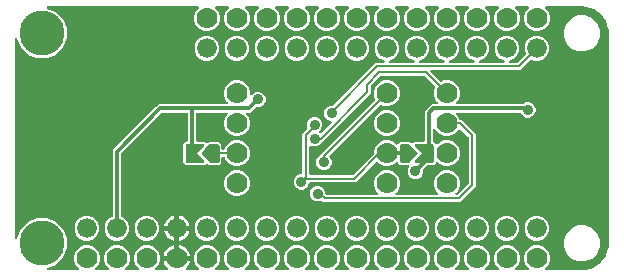
<source format=gbr>
G04 EAGLE Gerber RS-274X export*
G75*
%MOMM*%
%FSLAX34Y34*%
%LPD*%
%INBottom Copper*%
%IPPOS*%
%AMOC8*
5,1,8,0,0,1.08239X$1,22.5*%
G01*
%ADD10C,0.381000*%
%ADD11C,3.810000*%
%ADD12C,1.778000*%
%ADD13C,1.676400*%
%ADD14C,0.889000*%
%ADD15C,0.304800*%
%ADD16C,0.203200*%

G36*
X55790Y2545D02*
X55790Y2545D01*
X55819Y2542D01*
X55931Y2565D01*
X56043Y2581D01*
X56069Y2593D01*
X56098Y2598D01*
X56199Y2651D01*
X56302Y2697D01*
X56324Y2716D01*
X56351Y2729D01*
X56433Y2807D01*
X56519Y2880D01*
X56535Y2905D01*
X56557Y2925D01*
X56614Y3023D01*
X56677Y3117D01*
X56686Y3145D01*
X56700Y3170D01*
X56728Y3280D01*
X56762Y3388D01*
X56763Y3418D01*
X56770Y3446D01*
X56767Y3559D01*
X56770Y3672D01*
X56762Y3701D01*
X56761Y3730D01*
X56726Y3838D01*
X56698Y3947D01*
X56683Y3973D01*
X56674Y4001D01*
X56629Y4064D01*
X56553Y4192D01*
X56507Y4235D01*
X56479Y4274D01*
X54240Y6513D01*
X52577Y10527D01*
X52577Y14873D01*
X54240Y18887D01*
X57313Y21960D01*
X61327Y23623D01*
X65673Y23623D01*
X69687Y21960D01*
X72760Y18887D01*
X74423Y14873D01*
X74423Y10527D01*
X72760Y6513D01*
X70521Y4274D01*
X70503Y4250D01*
X70481Y4231D01*
X70418Y4137D01*
X70350Y4047D01*
X70340Y4019D01*
X70323Y3995D01*
X70289Y3887D01*
X70249Y3781D01*
X70246Y3752D01*
X70238Y3724D01*
X70235Y3610D01*
X70225Y3498D01*
X70231Y3469D01*
X70230Y3440D01*
X70259Y3330D01*
X70281Y3219D01*
X70295Y3193D01*
X70302Y3165D01*
X70360Y3067D01*
X70412Y2967D01*
X70432Y2945D01*
X70447Y2920D01*
X70530Y2843D01*
X70608Y2761D01*
X70633Y2746D01*
X70655Y2726D01*
X70755Y2674D01*
X70853Y2617D01*
X70882Y2610D01*
X70908Y2596D01*
X70985Y2583D01*
X71129Y2547D01*
X71191Y2549D01*
X71239Y2541D01*
X81161Y2541D01*
X81190Y2545D01*
X81219Y2542D01*
X81331Y2565D01*
X81443Y2581D01*
X81469Y2593D01*
X81498Y2598D01*
X81599Y2651D01*
X81702Y2697D01*
X81724Y2716D01*
X81751Y2729D01*
X81833Y2807D01*
X81919Y2880D01*
X81935Y2905D01*
X81957Y2925D01*
X82014Y3023D01*
X82077Y3117D01*
X82086Y3145D01*
X82100Y3170D01*
X82128Y3280D01*
X82162Y3388D01*
X82163Y3418D01*
X82170Y3446D01*
X82167Y3559D01*
X82170Y3672D01*
X82162Y3701D01*
X82161Y3730D01*
X82126Y3838D01*
X82098Y3947D01*
X82083Y3973D01*
X82074Y4001D01*
X82029Y4064D01*
X81953Y4192D01*
X81907Y4235D01*
X81879Y4274D01*
X79640Y6513D01*
X77977Y10527D01*
X77977Y14873D01*
X79640Y18887D01*
X82713Y21960D01*
X86727Y23623D01*
X91073Y23623D01*
X95087Y21960D01*
X98160Y18887D01*
X99823Y14873D01*
X99823Y10527D01*
X98160Y6513D01*
X95921Y4274D01*
X95903Y4250D01*
X95881Y4231D01*
X95818Y4137D01*
X95750Y4047D01*
X95740Y4019D01*
X95723Y3995D01*
X95689Y3887D01*
X95649Y3781D01*
X95646Y3752D01*
X95638Y3724D01*
X95635Y3610D01*
X95625Y3498D01*
X95631Y3469D01*
X95630Y3440D01*
X95659Y3330D01*
X95681Y3219D01*
X95695Y3193D01*
X95702Y3165D01*
X95760Y3067D01*
X95812Y2967D01*
X95832Y2945D01*
X95847Y2920D01*
X95930Y2843D01*
X96008Y2761D01*
X96033Y2746D01*
X96055Y2726D01*
X96155Y2674D01*
X96253Y2617D01*
X96282Y2610D01*
X96308Y2596D01*
X96385Y2583D01*
X96529Y2547D01*
X96591Y2549D01*
X96639Y2541D01*
X106561Y2541D01*
X106590Y2545D01*
X106619Y2542D01*
X106731Y2565D01*
X106843Y2581D01*
X106869Y2593D01*
X106898Y2598D01*
X106999Y2651D01*
X107102Y2697D01*
X107124Y2716D01*
X107151Y2729D01*
X107233Y2807D01*
X107319Y2880D01*
X107335Y2905D01*
X107357Y2925D01*
X107414Y3023D01*
X107477Y3117D01*
X107486Y3145D01*
X107500Y3170D01*
X107528Y3280D01*
X107562Y3388D01*
X107563Y3418D01*
X107570Y3446D01*
X107567Y3559D01*
X107570Y3672D01*
X107562Y3701D01*
X107561Y3730D01*
X107526Y3838D01*
X107498Y3947D01*
X107483Y3973D01*
X107474Y4001D01*
X107429Y4064D01*
X107353Y4192D01*
X107307Y4235D01*
X107279Y4274D01*
X105040Y6513D01*
X103377Y10527D01*
X103377Y14873D01*
X105040Y18887D01*
X108113Y21960D01*
X112127Y23623D01*
X116473Y23623D01*
X120487Y21960D01*
X123560Y18887D01*
X125223Y14873D01*
X125223Y10527D01*
X123560Y6513D01*
X121321Y4274D01*
X121303Y4250D01*
X121281Y4231D01*
X121218Y4137D01*
X121150Y4047D01*
X121140Y4019D01*
X121123Y3995D01*
X121089Y3887D01*
X121049Y3781D01*
X121046Y3752D01*
X121038Y3724D01*
X121035Y3610D01*
X121025Y3498D01*
X121031Y3469D01*
X121030Y3440D01*
X121059Y3330D01*
X121081Y3219D01*
X121095Y3193D01*
X121102Y3165D01*
X121160Y3067D01*
X121212Y2967D01*
X121232Y2945D01*
X121247Y2920D01*
X121330Y2843D01*
X121408Y2761D01*
X121433Y2746D01*
X121455Y2726D01*
X121555Y2674D01*
X121653Y2617D01*
X121682Y2610D01*
X121708Y2596D01*
X121785Y2583D01*
X121929Y2547D01*
X121991Y2549D01*
X122039Y2541D01*
X131243Y2541D01*
X131272Y2545D01*
X131301Y2542D01*
X131412Y2565D01*
X131524Y2581D01*
X131551Y2593D01*
X131580Y2598D01*
X131680Y2651D01*
X131784Y2697D01*
X131806Y2716D01*
X131832Y2729D01*
X131914Y2807D01*
X132001Y2880D01*
X132017Y2905D01*
X132038Y2925D01*
X132095Y3023D01*
X132158Y3117D01*
X132167Y3145D01*
X132182Y3170D01*
X132210Y3280D01*
X132244Y3388D01*
X132245Y3418D01*
X132252Y3446D01*
X132248Y3559D01*
X132251Y3672D01*
X132244Y3701D01*
X132243Y3730D01*
X132208Y3838D01*
X132180Y3947D01*
X132165Y3973D01*
X132156Y4001D01*
X132110Y4065D01*
X132034Y4192D01*
X131989Y4235D01*
X131961Y4274D01*
X130981Y5253D01*
X129924Y6709D01*
X129107Y8312D01*
X128551Y10023D01*
X128448Y10669D01*
X138684Y10669D01*
X138742Y10677D01*
X138800Y10675D01*
X138882Y10697D01*
X138965Y10709D01*
X139019Y10733D01*
X139075Y10747D01*
X139148Y10790D01*
X139225Y10825D01*
X139269Y10863D01*
X139320Y10893D01*
X139377Y10954D01*
X139442Y11009D01*
X139474Y11057D01*
X139514Y11100D01*
X139553Y11175D01*
X139599Y11245D01*
X139617Y11301D01*
X139644Y11353D01*
X139655Y11421D01*
X139685Y11516D01*
X139688Y11616D01*
X139699Y11684D01*
X139699Y12701D01*
X139701Y12701D01*
X139701Y11684D01*
X139709Y11626D01*
X139708Y11568D01*
X139729Y11486D01*
X139741Y11403D01*
X139765Y11349D01*
X139779Y11293D01*
X139822Y11220D01*
X139857Y11143D01*
X139895Y11098D01*
X139925Y11048D01*
X139986Y10990D01*
X140041Y10926D01*
X140089Y10894D01*
X140132Y10854D01*
X140207Y10815D01*
X140277Y10769D01*
X140333Y10751D01*
X140385Y10724D01*
X140453Y10713D01*
X140548Y10683D01*
X140648Y10680D01*
X140716Y10669D01*
X150952Y10669D01*
X150849Y10023D01*
X150293Y8312D01*
X149476Y6709D01*
X148419Y5253D01*
X147439Y4274D01*
X147422Y4250D01*
X147399Y4231D01*
X147337Y4137D01*
X147268Y4047D01*
X147258Y4019D01*
X147242Y3995D01*
X147208Y3887D01*
X147167Y3781D01*
X147165Y3752D01*
X147156Y3724D01*
X147153Y3610D01*
X147144Y3498D01*
X147149Y3469D01*
X147149Y3440D01*
X147177Y3330D01*
X147200Y3219D01*
X147213Y3193D01*
X147220Y3165D01*
X147278Y3067D01*
X147331Y2967D01*
X147351Y2945D01*
X147366Y2920D01*
X147448Y2843D01*
X147526Y2761D01*
X147552Y2746D01*
X147573Y2726D01*
X147674Y2674D01*
X147772Y2617D01*
X147800Y2610D01*
X147826Y2596D01*
X147904Y2583D01*
X148047Y2547D01*
X148110Y2549D01*
X148157Y2541D01*
X157361Y2541D01*
X157390Y2545D01*
X157419Y2542D01*
X157531Y2565D01*
X157643Y2581D01*
X157669Y2593D01*
X157698Y2598D01*
X157799Y2651D01*
X157902Y2697D01*
X157924Y2716D01*
X157951Y2729D01*
X158033Y2807D01*
X158119Y2880D01*
X158135Y2905D01*
X158157Y2925D01*
X158214Y3023D01*
X158277Y3117D01*
X158286Y3145D01*
X158300Y3170D01*
X158328Y3280D01*
X158362Y3388D01*
X158363Y3418D01*
X158370Y3446D01*
X158367Y3559D01*
X158370Y3672D01*
X158362Y3701D01*
X158361Y3730D01*
X158326Y3838D01*
X158298Y3947D01*
X158283Y3973D01*
X158274Y4001D01*
X158229Y4064D01*
X158153Y4192D01*
X158107Y4235D01*
X158079Y4274D01*
X155840Y6513D01*
X154177Y10527D01*
X154177Y14873D01*
X155840Y18887D01*
X158913Y21960D01*
X162927Y23623D01*
X167273Y23623D01*
X171287Y21960D01*
X174360Y18887D01*
X176023Y14873D01*
X176023Y10527D01*
X174360Y6513D01*
X172121Y4274D01*
X172103Y4250D01*
X172081Y4231D01*
X172018Y4137D01*
X171950Y4047D01*
X171940Y4019D01*
X171923Y3995D01*
X171889Y3887D01*
X171849Y3781D01*
X171846Y3752D01*
X171838Y3724D01*
X171835Y3610D01*
X171825Y3498D01*
X171831Y3469D01*
X171830Y3440D01*
X171859Y3330D01*
X171881Y3219D01*
X171895Y3193D01*
X171902Y3165D01*
X171960Y3067D01*
X172012Y2967D01*
X172032Y2945D01*
X172047Y2920D01*
X172130Y2843D01*
X172208Y2761D01*
X172233Y2746D01*
X172255Y2726D01*
X172355Y2674D01*
X172453Y2617D01*
X172482Y2610D01*
X172508Y2596D01*
X172585Y2583D01*
X172729Y2547D01*
X172791Y2549D01*
X172839Y2541D01*
X182761Y2541D01*
X182790Y2545D01*
X182819Y2542D01*
X182931Y2565D01*
X183043Y2581D01*
X183069Y2593D01*
X183098Y2598D01*
X183199Y2651D01*
X183302Y2697D01*
X183324Y2716D01*
X183351Y2729D01*
X183433Y2807D01*
X183519Y2880D01*
X183535Y2905D01*
X183557Y2925D01*
X183614Y3023D01*
X183677Y3117D01*
X183686Y3145D01*
X183700Y3170D01*
X183728Y3280D01*
X183762Y3388D01*
X183763Y3418D01*
X183770Y3446D01*
X183767Y3559D01*
X183770Y3672D01*
X183762Y3701D01*
X183761Y3730D01*
X183726Y3838D01*
X183698Y3947D01*
X183683Y3973D01*
X183674Y4001D01*
X183629Y4064D01*
X183553Y4192D01*
X183507Y4235D01*
X183479Y4274D01*
X181240Y6513D01*
X179577Y10527D01*
X179577Y14873D01*
X181240Y18887D01*
X184313Y21960D01*
X188327Y23623D01*
X192673Y23623D01*
X196687Y21960D01*
X199760Y18887D01*
X201423Y14873D01*
X201423Y10527D01*
X199760Y6513D01*
X197521Y4274D01*
X197503Y4250D01*
X197481Y4231D01*
X197418Y4137D01*
X197350Y4047D01*
X197340Y4019D01*
X197323Y3995D01*
X197289Y3887D01*
X197249Y3781D01*
X197246Y3752D01*
X197238Y3724D01*
X197235Y3610D01*
X197225Y3498D01*
X197231Y3469D01*
X197230Y3440D01*
X197259Y3330D01*
X197281Y3219D01*
X197295Y3193D01*
X197302Y3165D01*
X197360Y3067D01*
X197412Y2967D01*
X197432Y2945D01*
X197447Y2920D01*
X197530Y2843D01*
X197608Y2761D01*
X197633Y2746D01*
X197655Y2726D01*
X197755Y2674D01*
X197853Y2617D01*
X197882Y2610D01*
X197908Y2596D01*
X197985Y2583D01*
X198129Y2547D01*
X198191Y2549D01*
X198239Y2541D01*
X208161Y2541D01*
X208190Y2545D01*
X208219Y2542D01*
X208331Y2565D01*
X208443Y2581D01*
X208469Y2593D01*
X208498Y2598D01*
X208599Y2651D01*
X208702Y2697D01*
X208724Y2716D01*
X208751Y2729D01*
X208833Y2807D01*
X208919Y2880D01*
X208935Y2905D01*
X208957Y2925D01*
X209014Y3023D01*
X209077Y3117D01*
X209086Y3145D01*
X209100Y3170D01*
X209128Y3280D01*
X209162Y3388D01*
X209163Y3418D01*
X209170Y3446D01*
X209167Y3559D01*
X209170Y3672D01*
X209162Y3701D01*
X209161Y3730D01*
X209126Y3838D01*
X209098Y3947D01*
X209083Y3973D01*
X209074Y4001D01*
X209029Y4064D01*
X208953Y4192D01*
X208907Y4235D01*
X208879Y4274D01*
X206640Y6513D01*
X204977Y10527D01*
X204977Y14873D01*
X206640Y18887D01*
X209713Y21960D01*
X213727Y23623D01*
X218073Y23623D01*
X222087Y21960D01*
X225160Y18887D01*
X226823Y14873D01*
X226823Y10527D01*
X225160Y6513D01*
X222921Y4274D01*
X222903Y4250D01*
X222881Y4231D01*
X222818Y4137D01*
X222750Y4047D01*
X222740Y4019D01*
X222723Y3995D01*
X222689Y3887D01*
X222649Y3781D01*
X222646Y3752D01*
X222638Y3724D01*
X222635Y3610D01*
X222625Y3498D01*
X222631Y3469D01*
X222630Y3440D01*
X222659Y3330D01*
X222681Y3219D01*
X222695Y3193D01*
X222702Y3165D01*
X222760Y3067D01*
X222812Y2967D01*
X222832Y2945D01*
X222847Y2920D01*
X222930Y2843D01*
X223008Y2761D01*
X223033Y2746D01*
X223055Y2726D01*
X223155Y2674D01*
X223253Y2617D01*
X223282Y2610D01*
X223308Y2596D01*
X223385Y2583D01*
X223529Y2547D01*
X223591Y2549D01*
X223639Y2541D01*
X233561Y2541D01*
X233590Y2545D01*
X233619Y2542D01*
X233731Y2565D01*
X233843Y2581D01*
X233869Y2593D01*
X233898Y2598D01*
X233999Y2651D01*
X234102Y2697D01*
X234124Y2716D01*
X234151Y2729D01*
X234233Y2807D01*
X234319Y2880D01*
X234335Y2905D01*
X234357Y2925D01*
X234414Y3023D01*
X234477Y3117D01*
X234486Y3145D01*
X234500Y3170D01*
X234528Y3280D01*
X234562Y3388D01*
X234563Y3418D01*
X234570Y3446D01*
X234567Y3559D01*
X234570Y3672D01*
X234562Y3701D01*
X234561Y3730D01*
X234526Y3838D01*
X234498Y3947D01*
X234483Y3973D01*
X234474Y4001D01*
X234429Y4064D01*
X234353Y4192D01*
X234307Y4235D01*
X234279Y4274D01*
X232040Y6513D01*
X230377Y10527D01*
X230377Y14873D01*
X232040Y18887D01*
X235113Y21960D01*
X239127Y23623D01*
X243473Y23623D01*
X247487Y21960D01*
X250560Y18887D01*
X252223Y14873D01*
X252223Y10527D01*
X250560Y6513D01*
X248321Y4274D01*
X248303Y4250D01*
X248281Y4231D01*
X248218Y4137D01*
X248150Y4047D01*
X248140Y4019D01*
X248123Y3995D01*
X248089Y3887D01*
X248049Y3781D01*
X248046Y3752D01*
X248038Y3724D01*
X248035Y3610D01*
X248025Y3498D01*
X248031Y3469D01*
X248030Y3440D01*
X248059Y3330D01*
X248081Y3219D01*
X248095Y3193D01*
X248102Y3165D01*
X248160Y3067D01*
X248212Y2967D01*
X248232Y2945D01*
X248247Y2920D01*
X248330Y2843D01*
X248408Y2761D01*
X248433Y2746D01*
X248455Y2726D01*
X248555Y2674D01*
X248653Y2617D01*
X248682Y2610D01*
X248708Y2596D01*
X248785Y2583D01*
X248929Y2547D01*
X248991Y2549D01*
X249039Y2541D01*
X258961Y2541D01*
X258990Y2545D01*
X259019Y2542D01*
X259131Y2565D01*
X259243Y2581D01*
X259269Y2593D01*
X259298Y2598D01*
X259399Y2651D01*
X259502Y2697D01*
X259524Y2716D01*
X259551Y2729D01*
X259633Y2807D01*
X259719Y2880D01*
X259735Y2905D01*
X259757Y2925D01*
X259814Y3023D01*
X259877Y3117D01*
X259886Y3145D01*
X259900Y3170D01*
X259928Y3280D01*
X259962Y3388D01*
X259963Y3418D01*
X259970Y3446D01*
X259967Y3559D01*
X259970Y3672D01*
X259962Y3701D01*
X259961Y3730D01*
X259926Y3838D01*
X259898Y3947D01*
X259883Y3973D01*
X259874Y4001D01*
X259829Y4064D01*
X259753Y4192D01*
X259707Y4235D01*
X259679Y4274D01*
X257440Y6513D01*
X255777Y10527D01*
X255777Y14873D01*
X257440Y18887D01*
X260513Y21960D01*
X264527Y23623D01*
X268873Y23623D01*
X272887Y21960D01*
X275960Y18887D01*
X277623Y14873D01*
X277623Y10527D01*
X275960Y6513D01*
X273721Y4274D01*
X273703Y4250D01*
X273681Y4231D01*
X273618Y4137D01*
X273550Y4047D01*
X273540Y4019D01*
X273523Y3995D01*
X273489Y3887D01*
X273449Y3781D01*
X273446Y3752D01*
X273438Y3724D01*
X273435Y3610D01*
X273425Y3498D01*
X273431Y3469D01*
X273430Y3440D01*
X273459Y3330D01*
X273481Y3219D01*
X273495Y3193D01*
X273502Y3165D01*
X273560Y3067D01*
X273612Y2967D01*
X273632Y2945D01*
X273647Y2920D01*
X273730Y2843D01*
X273808Y2761D01*
X273833Y2746D01*
X273855Y2726D01*
X273955Y2674D01*
X274053Y2617D01*
X274082Y2610D01*
X274108Y2596D01*
X274185Y2583D01*
X274329Y2547D01*
X274391Y2549D01*
X274439Y2541D01*
X284361Y2541D01*
X284390Y2545D01*
X284419Y2542D01*
X284531Y2565D01*
X284643Y2581D01*
X284669Y2593D01*
X284698Y2598D01*
X284799Y2651D01*
X284902Y2697D01*
X284924Y2716D01*
X284951Y2729D01*
X285033Y2807D01*
X285119Y2880D01*
X285135Y2905D01*
X285157Y2925D01*
X285214Y3023D01*
X285277Y3117D01*
X285286Y3145D01*
X285300Y3170D01*
X285328Y3280D01*
X285362Y3388D01*
X285363Y3418D01*
X285370Y3446D01*
X285367Y3559D01*
X285370Y3672D01*
X285362Y3701D01*
X285361Y3730D01*
X285326Y3838D01*
X285298Y3947D01*
X285283Y3973D01*
X285274Y4001D01*
X285229Y4064D01*
X285153Y4192D01*
X285107Y4235D01*
X285079Y4274D01*
X282840Y6513D01*
X281177Y10527D01*
X281177Y14873D01*
X282840Y18887D01*
X285913Y21960D01*
X289927Y23623D01*
X294273Y23623D01*
X298287Y21960D01*
X301360Y18887D01*
X303023Y14873D01*
X303023Y10527D01*
X301360Y6513D01*
X299121Y4274D01*
X299103Y4250D01*
X299081Y4231D01*
X299018Y4137D01*
X298950Y4047D01*
X298940Y4019D01*
X298923Y3995D01*
X298889Y3887D01*
X298849Y3781D01*
X298846Y3752D01*
X298838Y3724D01*
X298835Y3610D01*
X298825Y3498D01*
X298831Y3469D01*
X298830Y3440D01*
X298859Y3330D01*
X298881Y3219D01*
X298895Y3193D01*
X298902Y3165D01*
X298960Y3067D01*
X299012Y2967D01*
X299032Y2945D01*
X299047Y2920D01*
X299130Y2843D01*
X299208Y2761D01*
X299233Y2746D01*
X299255Y2726D01*
X299355Y2674D01*
X299453Y2617D01*
X299482Y2610D01*
X299508Y2596D01*
X299585Y2583D01*
X299729Y2547D01*
X299791Y2549D01*
X299839Y2541D01*
X309761Y2541D01*
X309790Y2545D01*
X309819Y2542D01*
X309931Y2565D01*
X310043Y2581D01*
X310069Y2593D01*
X310098Y2598D01*
X310199Y2651D01*
X310302Y2697D01*
X310324Y2716D01*
X310351Y2729D01*
X310433Y2807D01*
X310519Y2880D01*
X310535Y2905D01*
X310557Y2925D01*
X310614Y3023D01*
X310677Y3117D01*
X310686Y3145D01*
X310700Y3170D01*
X310728Y3280D01*
X310762Y3388D01*
X310763Y3418D01*
X310770Y3446D01*
X310767Y3559D01*
X310770Y3672D01*
X310762Y3701D01*
X310761Y3730D01*
X310726Y3838D01*
X310698Y3947D01*
X310683Y3973D01*
X310674Y4001D01*
X310629Y4064D01*
X310553Y4192D01*
X310507Y4235D01*
X310479Y4274D01*
X308240Y6513D01*
X306577Y10527D01*
X306577Y14873D01*
X308240Y18887D01*
X311313Y21960D01*
X315327Y23623D01*
X319673Y23623D01*
X323687Y21960D01*
X326760Y18887D01*
X328423Y14873D01*
X328423Y10527D01*
X326760Y6513D01*
X324521Y4274D01*
X324503Y4250D01*
X324481Y4231D01*
X324418Y4137D01*
X324350Y4047D01*
X324340Y4019D01*
X324323Y3995D01*
X324289Y3887D01*
X324249Y3781D01*
X324246Y3752D01*
X324238Y3724D01*
X324235Y3610D01*
X324225Y3498D01*
X324231Y3469D01*
X324230Y3440D01*
X324259Y3330D01*
X324281Y3219D01*
X324295Y3193D01*
X324302Y3165D01*
X324360Y3067D01*
X324412Y2967D01*
X324432Y2945D01*
X324447Y2920D01*
X324530Y2843D01*
X324608Y2761D01*
X324633Y2746D01*
X324655Y2726D01*
X324755Y2674D01*
X324853Y2617D01*
X324882Y2610D01*
X324908Y2596D01*
X324985Y2583D01*
X325129Y2547D01*
X325191Y2549D01*
X325239Y2541D01*
X335161Y2541D01*
X335190Y2545D01*
X335219Y2542D01*
X335331Y2565D01*
X335443Y2581D01*
X335469Y2593D01*
X335498Y2598D01*
X335599Y2651D01*
X335702Y2697D01*
X335724Y2716D01*
X335751Y2729D01*
X335833Y2807D01*
X335919Y2880D01*
X335935Y2905D01*
X335957Y2925D01*
X336014Y3023D01*
X336077Y3117D01*
X336086Y3145D01*
X336100Y3170D01*
X336128Y3280D01*
X336162Y3388D01*
X336163Y3418D01*
X336170Y3446D01*
X336167Y3559D01*
X336170Y3672D01*
X336162Y3701D01*
X336161Y3730D01*
X336126Y3838D01*
X336098Y3947D01*
X336083Y3973D01*
X336074Y4001D01*
X336029Y4064D01*
X335953Y4192D01*
X335907Y4235D01*
X335879Y4274D01*
X333640Y6513D01*
X331977Y10527D01*
X331977Y14873D01*
X333640Y18887D01*
X336713Y21960D01*
X340727Y23623D01*
X345073Y23623D01*
X349087Y21960D01*
X352160Y18887D01*
X353823Y14873D01*
X353823Y10527D01*
X352160Y6513D01*
X349921Y4274D01*
X349903Y4250D01*
X349881Y4231D01*
X349818Y4137D01*
X349750Y4047D01*
X349740Y4019D01*
X349723Y3995D01*
X349689Y3887D01*
X349649Y3781D01*
X349646Y3752D01*
X349638Y3724D01*
X349635Y3610D01*
X349625Y3498D01*
X349631Y3469D01*
X349630Y3440D01*
X349659Y3330D01*
X349681Y3219D01*
X349695Y3193D01*
X349702Y3165D01*
X349760Y3067D01*
X349812Y2967D01*
X349832Y2945D01*
X349847Y2920D01*
X349930Y2843D01*
X350008Y2761D01*
X350033Y2746D01*
X350055Y2726D01*
X350155Y2674D01*
X350253Y2617D01*
X350282Y2610D01*
X350308Y2596D01*
X350385Y2583D01*
X350529Y2547D01*
X350591Y2549D01*
X350639Y2541D01*
X360561Y2541D01*
X360590Y2545D01*
X360619Y2542D01*
X360731Y2565D01*
X360843Y2581D01*
X360869Y2593D01*
X360898Y2598D01*
X360999Y2651D01*
X361102Y2697D01*
X361124Y2716D01*
X361151Y2729D01*
X361233Y2807D01*
X361319Y2880D01*
X361335Y2905D01*
X361357Y2925D01*
X361414Y3023D01*
X361477Y3117D01*
X361486Y3145D01*
X361500Y3170D01*
X361528Y3280D01*
X361562Y3388D01*
X361563Y3418D01*
X361570Y3446D01*
X361567Y3559D01*
X361570Y3672D01*
X361562Y3701D01*
X361561Y3730D01*
X361526Y3838D01*
X361498Y3947D01*
X361483Y3973D01*
X361474Y4001D01*
X361429Y4064D01*
X361353Y4192D01*
X361307Y4235D01*
X361279Y4274D01*
X359040Y6513D01*
X357377Y10527D01*
X357377Y14873D01*
X359040Y18887D01*
X362113Y21960D01*
X366127Y23623D01*
X370473Y23623D01*
X374487Y21960D01*
X377560Y18887D01*
X379223Y14873D01*
X379223Y10527D01*
X377560Y6513D01*
X375321Y4274D01*
X375303Y4250D01*
X375281Y4231D01*
X375218Y4137D01*
X375150Y4047D01*
X375140Y4019D01*
X375123Y3995D01*
X375089Y3887D01*
X375049Y3781D01*
X375046Y3752D01*
X375038Y3724D01*
X375035Y3610D01*
X375025Y3498D01*
X375031Y3469D01*
X375030Y3440D01*
X375059Y3330D01*
X375081Y3219D01*
X375095Y3193D01*
X375102Y3165D01*
X375160Y3067D01*
X375212Y2967D01*
X375232Y2945D01*
X375247Y2920D01*
X375330Y2843D01*
X375408Y2761D01*
X375433Y2746D01*
X375455Y2726D01*
X375555Y2674D01*
X375653Y2617D01*
X375682Y2610D01*
X375708Y2596D01*
X375785Y2583D01*
X375929Y2547D01*
X375991Y2549D01*
X376039Y2541D01*
X385961Y2541D01*
X385990Y2545D01*
X386019Y2542D01*
X386131Y2565D01*
X386243Y2581D01*
X386269Y2593D01*
X386298Y2598D01*
X386399Y2651D01*
X386502Y2697D01*
X386524Y2716D01*
X386551Y2729D01*
X386633Y2807D01*
X386719Y2880D01*
X386735Y2905D01*
X386757Y2925D01*
X386814Y3023D01*
X386877Y3117D01*
X386886Y3145D01*
X386900Y3170D01*
X386928Y3280D01*
X386962Y3388D01*
X386963Y3418D01*
X386970Y3446D01*
X386967Y3559D01*
X386970Y3672D01*
X386962Y3701D01*
X386961Y3730D01*
X386926Y3838D01*
X386898Y3947D01*
X386883Y3973D01*
X386874Y4001D01*
X386829Y4064D01*
X386753Y4192D01*
X386707Y4235D01*
X386679Y4274D01*
X384440Y6513D01*
X382777Y10527D01*
X382777Y14873D01*
X384440Y18887D01*
X387513Y21960D01*
X391527Y23623D01*
X395873Y23623D01*
X399887Y21960D01*
X402960Y18887D01*
X404623Y14873D01*
X404623Y10527D01*
X402960Y6513D01*
X400721Y4274D01*
X400703Y4250D01*
X400681Y4231D01*
X400618Y4137D01*
X400550Y4047D01*
X400540Y4019D01*
X400523Y3995D01*
X400489Y3887D01*
X400449Y3781D01*
X400446Y3752D01*
X400438Y3724D01*
X400435Y3610D01*
X400425Y3498D01*
X400431Y3469D01*
X400430Y3440D01*
X400459Y3330D01*
X400481Y3219D01*
X400495Y3193D01*
X400502Y3165D01*
X400560Y3067D01*
X400612Y2967D01*
X400632Y2945D01*
X400647Y2920D01*
X400730Y2843D01*
X400808Y2761D01*
X400833Y2746D01*
X400855Y2726D01*
X400955Y2674D01*
X401053Y2617D01*
X401082Y2610D01*
X401108Y2596D01*
X401185Y2583D01*
X401329Y2547D01*
X401391Y2549D01*
X401439Y2541D01*
X411361Y2541D01*
X411390Y2545D01*
X411419Y2542D01*
X411531Y2565D01*
X411643Y2581D01*
X411669Y2593D01*
X411698Y2598D01*
X411799Y2651D01*
X411902Y2697D01*
X411924Y2716D01*
X411951Y2729D01*
X412033Y2807D01*
X412119Y2880D01*
X412135Y2905D01*
X412157Y2925D01*
X412214Y3023D01*
X412277Y3117D01*
X412286Y3145D01*
X412300Y3170D01*
X412328Y3280D01*
X412362Y3388D01*
X412363Y3418D01*
X412370Y3446D01*
X412367Y3559D01*
X412370Y3672D01*
X412362Y3701D01*
X412361Y3730D01*
X412326Y3838D01*
X412298Y3947D01*
X412283Y3973D01*
X412274Y4001D01*
X412229Y4064D01*
X412153Y4192D01*
X412107Y4235D01*
X412079Y4274D01*
X409840Y6513D01*
X408177Y10527D01*
X408177Y14873D01*
X409840Y18887D01*
X412913Y21960D01*
X416927Y23623D01*
X421273Y23623D01*
X425287Y21960D01*
X428360Y18887D01*
X430023Y14873D01*
X430023Y10527D01*
X428360Y6513D01*
X426121Y4274D01*
X426103Y4250D01*
X426081Y4231D01*
X426018Y4137D01*
X425950Y4047D01*
X425940Y4019D01*
X425923Y3995D01*
X425889Y3887D01*
X425849Y3781D01*
X425846Y3752D01*
X425838Y3724D01*
X425835Y3610D01*
X425825Y3498D01*
X425831Y3469D01*
X425830Y3440D01*
X425859Y3330D01*
X425881Y3219D01*
X425895Y3193D01*
X425902Y3165D01*
X425960Y3067D01*
X426012Y2967D01*
X426032Y2945D01*
X426047Y2920D01*
X426130Y2843D01*
X426208Y2761D01*
X426233Y2746D01*
X426255Y2726D01*
X426355Y2674D01*
X426453Y2617D01*
X426482Y2610D01*
X426508Y2596D01*
X426585Y2583D01*
X426729Y2547D01*
X426791Y2549D01*
X426839Y2541D01*
X436761Y2541D01*
X436790Y2545D01*
X436819Y2542D01*
X436931Y2565D01*
X437043Y2581D01*
X437069Y2593D01*
X437098Y2598D01*
X437199Y2651D01*
X437302Y2697D01*
X437324Y2716D01*
X437351Y2729D01*
X437433Y2807D01*
X437519Y2880D01*
X437535Y2905D01*
X437557Y2925D01*
X437614Y3023D01*
X437677Y3117D01*
X437686Y3145D01*
X437700Y3170D01*
X437728Y3280D01*
X437762Y3388D01*
X437763Y3418D01*
X437770Y3446D01*
X437767Y3559D01*
X437770Y3672D01*
X437762Y3701D01*
X437761Y3730D01*
X437726Y3838D01*
X437698Y3947D01*
X437683Y3973D01*
X437674Y4001D01*
X437629Y4064D01*
X437553Y4192D01*
X437507Y4235D01*
X437479Y4274D01*
X435240Y6513D01*
X433577Y10527D01*
X433577Y14873D01*
X435240Y18887D01*
X438313Y21960D01*
X442327Y23623D01*
X446673Y23623D01*
X450687Y21960D01*
X453760Y18887D01*
X455423Y14873D01*
X455423Y10527D01*
X453760Y6513D01*
X451521Y4274D01*
X451503Y4250D01*
X451481Y4231D01*
X451418Y4137D01*
X451350Y4047D01*
X451340Y4019D01*
X451323Y3995D01*
X451289Y3887D01*
X451249Y3781D01*
X451246Y3752D01*
X451238Y3724D01*
X451235Y3610D01*
X451225Y3498D01*
X451231Y3469D01*
X451230Y3440D01*
X451259Y3330D01*
X451281Y3219D01*
X451295Y3193D01*
X451302Y3165D01*
X451360Y3067D01*
X451412Y2967D01*
X451432Y2945D01*
X451447Y2920D01*
X451530Y2843D01*
X451608Y2761D01*
X451633Y2746D01*
X451655Y2726D01*
X451755Y2674D01*
X451853Y2617D01*
X451882Y2610D01*
X451908Y2596D01*
X451985Y2583D01*
X452129Y2547D01*
X452191Y2549D01*
X452239Y2541D01*
X482600Y2541D01*
X482644Y2547D01*
X482680Y2544D01*
X486097Y2813D01*
X486255Y2848D01*
X486331Y2859D01*
X492831Y4971D01*
X493086Y5096D01*
X493100Y5109D01*
X493114Y5115D01*
X498643Y9133D01*
X498847Y9330D01*
X498856Y9346D01*
X498867Y9357D01*
X502885Y14886D01*
X503018Y15137D01*
X503022Y15156D01*
X503029Y15169D01*
X505141Y21669D01*
X505169Y21829D01*
X505187Y21903D01*
X505456Y25320D01*
X505453Y25365D01*
X505459Y25400D01*
X505459Y203200D01*
X505453Y203244D01*
X505456Y203280D01*
X505187Y206697D01*
X505184Y206710D01*
X505185Y206722D01*
X505164Y206800D01*
X505152Y206855D01*
X505141Y206931D01*
X503029Y213431D01*
X502904Y213686D01*
X502891Y213700D01*
X502885Y213714D01*
X498867Y219243D01*
X498670Y219447D01*
X498654Y219456D01*
X498643Y219467D01*
X493114Y223485D01*
X492863Y223618D01*
X492844Y223622D01*
X492831Y223629D01*
X486331Y225741D01*
X486171Y225769D01*
X486097Y225787D01*
X482680Y226056D01*
X482635Y226053D01*
X482600Y226059D01*
X452239Y226059D01*
X452210Y226055D01*
X452181Y226058D01*
X452069Y226035D01*
X451957Y226019D01*
X451931Y226007D01*
X451902Y226002D01*
X451801Y225949D01*
X451698Y225903D01*
X451676Y225884D01*
X451649Y225871D01*
X451567Y225793D01*
X451481Y225720D01*
X451465Y225695D01*
X451443Y225675D01*
X451386Y225577D01*
X451323Y225483D01*
X451314Y225455D01*
X451300Y225430D01*
X451272Y225320D01*
X451238Y225212D01*
X451237Y225182D01*
X451230Y225154D01*
X451233Y225041D01*
X451230Y224928D01*
X451238Y224899D01*
X451239Y224870D01*
X451274Y224762D01*
X451302Y224653D01*
X451317Y224627D01*
X451326Y224599D01*
X451372Y224536D01*
X451447Y224408D01*
X451493Y224365D01*
X451521Y224326D01*
X453760Y222087D01*
X455423Y218073D01*
X455423Y213727D01*
X453760Y209713D01*
X450687Y206640D01*
X446673Y204977D01*
X442327Y204977D01*
X438313Y206640D01*
X435240Y209713D01*
X433577Y213727D01*
X433577Y218073D01*
X435240Y222087D01*
X437479Y224326D01*
X437497Y224350D01*
X437519Y224369D01*
X437582Y224463D01*
X437650Y224553D01*
X437660Y224581D01*
X437677Y224605D01*
X437711Y224713D01*
X437751Y224819D01*
X437754Y224848D01*
X437762Y224876D01*
X437765Y224990D01*
X437775Y225102D01*
X437769Y225131D01*
X437770Y225160D01*
X437741Y225270D01*
X437719Y225381D01*
X437705Y225407D01*
X437698Y225435D01*
X437640Y225533D01*
X437588Y225633D01*
X437568Y225655D01*
X437553Y225680D01*
X437470Y225757D01*
X437392Y225839D01*
X437367Y225854D01*
X437345Y225874D01*
X437245Y225926D01*
X437147Y225983D01*
X437118Y225990D01*
X437092Y226004D01*
X437015Y226017D01*
X436871Y226053D01*
X436809Y226051D01*
X436761Y226059D01*
X426839Y226059D01*
X426810Y226055D01*
X426781Y226058D01*
X426669Y226035D01*
X426557Y226019D01*
X426531Y226007D01*
X426502Y226002D01*
X426401Y225949D01*
X426298Y225903D01*
X426276Y225884D01*
X426249Y225871D01*
X426167Y225793D01*
X426081Y225720D01*
X426065Y225695D01*
X426043Y225675D01*
X425986Y225577D01*
X425923Y225483D01*
X425914Y225455D01*
X425900Y225430D01*
X425872Y225320D01*
X425838Y225212D01*
X425837Y225182D01*
X425830Y225154D01*
X425833Y225041D01*
X425830Y224928D01*
X425838Y224899D01*
X425839Y224870D01*
X425874Y224762D01*
X425902Y224653D01*
X425917Y224627D01*
X425926Y224599D01*
X425972Y224536D01*
X426047Y224408D01*
X426093Y224365D01*
X426121Y224326D01*
X428360Y222087D01*
X430023Y218073D01*
X430023Y213727D01*
X428360Y209713D01*
X425287Y206640D01*
X421273Y204977D01*
X416927Y204977D01*
X412913Y206640D01*
X409840Y209713D01*
X408177Y213727D01*
X408177Y218073D01*
X409840Y222087D01*
X412079Y224326D01*
X412097Y224350D01*
X412119Y224369D01*
X412182Y224463D01*
X412250Y224553D01*
X412260Y224581D01*
X412277Y224605D01*
X412311Y224713D01*
X412351Y224819D01*
X412354Y224848D01*
X412362Y224876D01*
X412365Y224990D01*
X412375Y225102D01*
X412369Y225131D01*
X412370Y225160D01*
X412341Y225270D01*
X412319Y225381D01*
X412305Y225407D01*
X412298Y225435D01*
X412240Y225533D01*
X412188Y225633D01*
X412168Y225655D01*
X412153Y225680D01*
X412070Y225757D01*
X411992Y225839D01*
X411967Y225854D01*
X411945Y225874D01*
X411845Y225926D01*
X411747Y225983D01*
X411718Y225990D01*
X411692Y226004D01*
X411615Y226017D01*
X411471Y226053D01*
X411409Y226051D01*
X411361Y226059D01*
X401439Y226059D01*
X401410Y226055D01*
X401381Y226058D01*
X401269Y226035D01*
X401157Y226019D01*
X401131Y226007D01*
X401102Y226002D01*
X401001Y225949D01*
X400898Y225903D01*
X400876Y225884D01*
X400849Y225871D01*
X400767Y225793D01*
X400681Y225720D01*
X400665Y225695D01*
X400643Y225675D01*
X400586Y225577D01*
X400523Y225483D01*
X400514Y225455D01*
X400500Y225430D01*
X400472Y225320D01*
X400438Y225212D01*
X400437Y225182D01*
X400430Y225154D01*
X400433Y225041D01*
X400430Y224928D01*
X400438Y224899D01*
X400439Y224870D01*
X400474Y224762D01*
X400502Y224653D01*
X400517Y224627D01*
X400526Y224599D01*
X400572Y224536D01*
X400647Y224408D01*
X400693Y224365D01*
X400721Y224326D01*
X402960Y222087D01*
X404623Y218073D01*
X404623Y213727D01*
X402960Y209713D01*
X399887Y206640D01*
X395873Y204977D01*
X391527Y204977D01*
X387513Y206640D01*
X384440Y209713D01*
X382777Y213727D01*
X382777Y218073D01*
X384440Y222087D01*
X386679Y224326D01*
X386697Y224350D01*
X386719Y224369D01*
X386782Y224463D01*
X386850Y224553D01*
X386860Y224581D01*
X386877Y224605D01*
X386911Y224713D01*
X386951Y224819D01*
X386954Y224848D01*
X386962Y224876D01*
X386965Y224990D01*
X386975Y225102D01*
X386969Y225131D01*
X386970Y225160D01*
X386941Y225270D01*
X386919Y225381D01*
X386905Y225407D01*
X386898Y225435D01*
X386840Y225533D01*
X386788Y225633D01*
X386768Y225655D01*
X386753Y225680D01*
X386670Y225757D01*
X386592Y225839D01*
X386567Y225854D01*
X386545Y225874D01*
X386445Y225926D01*
X386347Y225983D01*
X386318Y225990D01*
X386292Y226004D01*
X386215Y226017D01*
X386071Y226053D01*
X386009Y226051D01*
X385961Y226059D01*
X376039Y226059D01*
X376010Y226055D01*
X375981Y226058D01*
X375869Y226035D01*
X375757Y226019D01*
X375731Y226007D01*
X375702Y226002D01*
X375601Y225949D01*
X375498Y225903D01*
X375476Y225884D01*
X375449Y225871D01*
X375367Y225793D01*
X375281Y225720D01*
X375265Y225695D01*
X375243Y225675D01*
X375186Y225577D01*
X375123Y225483D01*
X375114Y225455D01*
X375100Y225430D01*
X375072Y225320D01*
X375038Y225212D01*
X375037Y225182D01*
X375030Y225154D01*
X375033Y225041D01*
X375030Y224928D01*
X375038Y224899D01*
X375039Y224870D01*
X375074Y224762D01*
X375102Y224653D01*
X375117Y224627D01*
X375126Y224599D01*
X375172Y224536D01*
X375247Y224408D01*
X375293Y224365D01*
X375321Y224326D01*
X377560Y222087D01*
X379223Y218073D01*
X379223Y213727D01*
X377560Y209713D01*
X374487Y206640D01*
X370473Y204977D01*
X366127Y204977D01*
X362113Y206640D01*
X359040Y209713D01*
X357377Y213727D01*
X357377Y218073D01*
X359040Y222087D01*
X361279Y224326D01*
X361297Y224350D01*
X361319Y224369D01*
X361382Y224463D01*
X361450Y224553D01*
X361460Y224581D01*
X361477Y224605D01*
X361511Y224713D01*
X361551Y224819D01*
X361554Y224848D01*
X361562Y224876D01*
X361565Y224990D01*
X361575Y225102D01*
X361569Y225131D01*
X361570Y225160D01*
X361541Y225270D01*
X361519Y225381D01*
X361505Y225407D01*
X361498Y225435D01*
X361440Y225533D01*
X361388Y225633D01*
X361368Y225655D01*
X361353Y225680D01*
X361270Y225757D01*
X361192Y225839D01*
X361167Y225854D01*
X361145Y225874D01*
X361045Y225926D01*
X360947Y225983D01*
X360918Y225990D01*
X360892Y226004D01*
X360815Y226017D01*
X360671Y226053D01*
X360609Y226051D01*
X360561Y226059D01*
X350639Y226059D01*
X350610Y226055D01*
X350581Y226058D01*
X350469Y226035D01*
X350357Y226019D01*
X350331Y226007D01*
X350302Y226002D01*
X350201Y225949D01*
X350098Y225903D01*
X350076Y225884D01*
X350049Y225871D01*
X349967Y225793D01*
X349881Y225720D01*
X349865Y225695D01*
X349843Y225675D01*
X349786Y225577D01*
X349723Y225483D01*
X349714Y225455D01*
X349700Y225430D01*
X349672Y225320D01*
X349638Y225212D01*
X349637Y225182D01*
X349630Y225154D01*
X349633Y225041D01*
X349630Y224928D01*
X349638Y224899D01*
X349639Y224870D01*
X349674Y224762D01*
X349702Y224653D01*
X349717Y224627D01*
X349726Y224599D01*
X349772Y224536D01*
X349847Y224408D01*
X349893Y224365D01*
X349921Y224326D01*
X352160Y222087D01*
X353823Y218073D01*
X353823Y213727D01*
X352160Y209713D01*
X349087Y206640D01*
X345073Y204977D01*
X340727Y204977D01*
X336713Y206640D01*
X333640Y209713D01*
X331977Y213727D01*
X331977Y218073D01*
X333640Y222087D01*
X335879Y224326D01*
X335897Y224350D01*
X335919Y224369D01*
X335982Y224463D01*
X336050Y224553D01*
X336060Y224581D01*
X336077Y224605D01*
X336111Y224713D01*
X336151Y224819D01*
X336154Y224848D01*
X336162Y224876D01*
X336165Y224990D01*
X336175Y225102D01*
X336169Y225131D01*
X336170Y225160D01*
X336141Y225270D01*
X336119Y225381D01*
X336105Y225407D01*
X336098Y225435D01*
X336040Y225533D01*
X335988Y225633D01*
X335968Y225655D01*
X335953Y225680D01*
X335870Y225757D01*
X335792Y225839D01*
X335767Y225854D01*
X335745Y225874D01*
X335645Y225926D01*
X335547Y225983D01*
X335518Y225990D01*
X335492Y226004D01*
X335415Y226017D01*
X335271Y226053D01*
X335209Y226051D01*
X335161Y226059D01*
X325239Y226059D01*
X325210Y226055D01*
X325181Y226058D01*
X325069Y226035D01*
X324957Y226019D01*
X324931Y226007D01*
X324902Y226002D01*
X324801Y225949D01*
X324698Y225903D01*
X324676Y225884D01*
X324649Y225871D01*
X324567Y225793D01*
X324481Y225720D01*
X324465Y225695D01*
X324443Y225675D01*
X324386Y225577D01*
X324323Y225483D01*
X324314Y225455D01*
X324300Y225430D01*
X324272Y225320D01*
X324238Y225212D01*
X324237Y225182D01*
X324230Y225154D01*
X324233Y225041D01*
X324230Y224928D01*
X324238Y224899D01*
X324239Y224870D01*
X324274Y224762D01*
X324302Y224653D01*
X324317Y224627D01*
X324326Y224599D01*
X324372Y224536D01*
X324447Y224408D01*
X324493Y224365D01*
X324521Y224326D01*
X326760Y222087D01*
X328423Y218073D01*
X328423Y213727D01*
X326760Y209713D01*
X323687Y206640D01*
X319673Y204977D01*
X315327Y204977D01*
X311313Y206640D01*
X308240Y209713D01*
X306577Y213727D01*
X306577Y218073D01*
X308240Y222087D01*
X310479Y224326D01*
X310497Y224350D01*
X310519Y224369D01*
X310582Y224463D01*
X310650Y224553D01*
X310660Y224581D01*
X310677Y224605D01*
X310711Y224713D01*
X310751Y224819D01*
X310754Y224848D01*
X310762Y224876D01*
X310765Y224990D01*
X310775Y225102D01*
X310769Y225131D01*
X310770Y225160D01*
X310741Y225270D01*
X310719Y225381D01*
X310705Y225407D01*
X310698Y225435D01*
X310640Y225533D01*
X310588Y225633D01*
X310568Y225655D01*
X310553Y225680D01*
X310470Y225757D01*
X310392Y225839D01*
X310367Y225854D01*
X310345Y225874D01*
X310245Y225926D01*
X310147Y225983D01*
X310118Y225990D01*
X310092Y226004D01*
X310015Y226017D01*
X309871Y226053D01*
X309809Y226051D01*
X309761Y226059D01*
X299839Y226059D01*
X299810Y226055D01*
X299781Y226058D01*
X299669Y226035D01*
X299557Y226019D01*
X299531Y226007D01*
X299502Y226002D01*
X299401Y225949D01*
X299298Y225903D01*
X299276Y225884D01*
X299249Y225871D01*
X299167Y225793D01*
X299081Y225720D01*
X299065Y225695D01*
X299043Y225675D01*
X298986Y225577D01*
X298923Y225483D01*
X298914Y225455D01*
X298900Y225430D01*
X298872Y225320D01*
X298838Y225212D01*
X298837Y225182D01*
X298830Y225154D01*
X298833Y225041D01*
X298830Y224928D01*
X298838Y224899D01*
X298839Y224870D01*
X298874Y224762D01*
X298902Y224653D01*
X298917Y224627D01*
X298926Y224599D01*
X298972Y224536D01*
X299047Y224408D01*
X299093Y224365D01*
X299121Y224326D01*
X301360Y222087D01*
X303023Y218073D01*
X303023Y213727D01*
X301360Y209713D01*
X298287Y206640D01*
X294273Y204977D01*
X289927Y204977D01*
X285913Y206640D01*
X282840Y209713D01*
X281177Y213727D01*
X281177Y218073D01*
X282840Y222087D01*
X285079Y224326D01*
X285097Y224350D01*
X285119Y224369D01*
X285182Y224463D01*
X285250Y224553D01*
X285260Y224581D01*
X285277Y224605D01*
X285311Y224713D01*
X285351Y224819D01*
X285354Y224848D01*
X285362Y224876D01*
X285365Y224990D01*
X285375Y225102D01*
X285369Y225131D01*
X285370Y225160D01*
X285341Y225270D01*
X285319Y225381D01*
X285305Y225407D01*
X285298Y225435D01*
X285240Y225533D01*
X285188Y225633D01*
X285168Y225655D01*
X285153Y225680D01*
X285070Y225757D01*
X284992Y225839D01*
X284967Y225854D01*
X284945Y225874D01*
X284845Y225926D01*
X284747Y225983D01*
X284718Y225990D01*
X284692Y226004D01*
X284615Y226017D01*
X284471Y226053D01*
X284409Y226051D01*
X284361Y226059D01*
X274439Y226059D01*
X274410Y226055D01*
X274381Y226058D01*
X274269Y226035D01*
X274157Y226019D01*
X274131Y226007D01*
X274102Y226002D01*
X274001Y225949D01*
X273898Y225903D01*
X273876Y225884D01*
X273849Y225871D01*
X273767Y225793D01*
X273681Y225720D01*
X273665Y225695D01*
X273643Y225675D01*
X273586Y225577D01*
X273523Y225483D01*
X273514Y225455D01*
X273500Y225430D01*
X273472Y225320D01*
X273438Y225212D01*
X273437Y225182D01*
X273430Y225154D01*
X273433Y225041D01*
X273430Y224928D01*
X273438Y224899D01*
X273439Y224870D01*
X273474Y224762D01*
X273502Y224653D01*
X273517Y224627D01*
X273526Y224599D01*
X273572Y224536D01*
X273647Y224408D01*
X273693Y224365D01*
X273721Y224326D01*
X275960Y222087D01*
X277623Y218073D01*
X277623Y213727D01*
X275960Y209713D01*
X272887Y206640D01*
X268873Y204977D01*
X264527Y204977D01*
X260513Y206640D01*
X257440Y209713D01*
X255777Y213727D01*
X255777Y218073D01*
X257440Y222087D01*
X259679Y224326D01*
X259697Y224350D01*
X259719Y224369D01*
X259782Y224463D01*
X259850Y224553D01*
X259860Y224581D01*
X259877Y224605D01*
X259911Y224713D01*
X259951Y224819D01*
X259954Y224848D01*
X259962Y224876D01*
X259965Y224990D01*
X259975Y225102D01*
X259969Y225131D01*
X259970Y225160D01*
X259941Y225270D01*
X259919Y225381D01*
X259905Y225407D01*
X259898Y225435D01*
X259840Y225533D01*
X259788Y225633D01*
X259768Y225655D01*
X259753Y225680D01*
X259670Y225757D01*
X259592Y225839D01*
X259567Y225854D01*
X259545Y225874D01*
X259445Y225926D01*
X259347Y225983D01*
X259318Y225990D01*
X259292Y226004D01*
X259215Y226017D01*
X259071Y226053D01*
X259009Y226051D01*
X258961Y226059D01*
X249039Y226059D01*
X249010Y226055D01*
X248981Y226058D01*
X248869Y226035D01*
X248757Y226019D01*
X248731Y226007D01*
X248702Y226002D01*
X248601Y225949D01*
X248498Y225903D01*
X248476Y225884D01*
X248449Y225871D01*
X248367Y225793D01*
X248281Y225720D01*
X248265Y225695D01*
X248243Y225675D01*
X248186Y225577D01*
X248123Y225483D01*
X248114Y225455D01*
X248100Y225430D01*
X248072Y225320D01*
X248038Y225212D01*
X248037Y225182D01*
X248030Y225154D01*
X248033Y225041D01*
X248030Y224928D01*
X248038Y224899D01*
X248039Y224870D01*
X248074Y224762D01*
X248102Y224653D01*
X248117Y224627D01*
X248126Y224599D01*
X248172Y224536D01*
X248247Y224408D01*
X248293Y224365D01*
X248321Y224326D01*
X250560Y222087D01*
X252223Y218073D01*
X252223Y213727D01*
X250560Y209713D01*
X247487Y206640D01*
X243473Y204977D01*
X239127Y204977D01*
X235113Y206640D01*
X232040Y209713D01*
X230377Y213727D01*
X230377Y218073D01*
X232040Y222087D01*
X234279Y224326D01*
X234297Y224350D01*
X234319Y224369D01*
X234382Y224463D01*
X234450Y224553D01*
X234460Y224581D01*
X234477Y224605D01*
X234511Y224713D01*
X234551Y224819D01*
X234554Y224848D01*
X234562Y224876D01*
X234565Y224990D01*
X234575Y225102D01*
X234569Y225131D01*
X234570Y225160D01*
X234541Y225270D01*
X234519Y225381D01*
X234505Y225407D01*
X234498Y225435D01*
X234440Y225533D01*
X234388Y225633D01*
X234368Y225655D01*
X234353Y225680D01*
X234270Y225757D01*
X234192Y225839D01*
X234167Y225854D01*
X234145Y225874D01*
X234045Y225926D01*
X233947Y225983D01*
X233918Y225990D01*
X233892Y226004D01*
X233815Y226017D01*
X233671Y226053D01*
X233609Y226051D01*
X233561Y226059D01*
X223639Y226059D01*
X223610Y226055D01*
X223581Y226058D01*
X223469Y226035D01*
X223357Y226019D01*
X223331Y226007D01*
X223302Y226002D01*
X223201Y225949D01*
X223098Y225903D01*
X223076Y225884D01*
X223049Y225871D01*
X222967Y225793D01*
X222881Y225720D01*
X222865Y225695D01*
X222843Y225675D01*
X222786Y225577D01*
X222723Y225483D01*
X222714Y225455D01*
X222700Y225430D01*
X222672Y225320D01*
X222638Y225212D01*
X222637Y225182D01*
X222630Y225154D01*
X222633Y225041D01*
X222630Y224928D01*
X222638Y224899D01*
X222639Y224870D01*
X222674Y224762D01*
X222702Y224653D01*
X222717Y224627D01*
X222726Y224599D01*
X222772Y224536D01*
X222847Y224408D01*
X222893Y224365D01*
X222921Y224326D01*
X225160Y222087D01*
X226823Y218073D01*
X226823Y213727D01*
X225160Y209713D01*
X222087Y206640D01*
X218073Y204977D01*
X213727Y204977D01*
X209713Y206640D01*
X206640Y209713D01*
X204977Y213727D01*
X204977Y218073D01*
X206640Y222087D01*
X208879Y224326D01*
X208897Y224350D01*
X208919Y224369D01*
X208982Y224463D01*
X209050Y224553D01*
X209060Y224581D01*
X209077Y224605D01*
X209111Y224713D01*
X209151Y224819D01*
X209154Y224848D01*
X209162Y224876D01*
X209165Y224990D01*
X209175Y225102D01*
X209169Y225131D01*
X209170Y225160D01*
X209141Y225270D01*
X209119Y225381D01*
X209105Y225407D01*
X209098Y225435D01*
X209040Y225533D01*
X208988Y225633D01*
X208968Y225655D01*
X208953Y225680D01*
X208870Y225757D01*
X208792Y225839D01*
X208767Y225854D01*
X208745Y225874D01*
X208645Y225926D01*
X208547Y225983D01*
X208518Y225990D01*
X208492Y226004D01*
X208415Y226017D01*
X208271Y226053D01*
X208209Y226051D01*
X208161Y226059D01*
X198239Y226059D01*
X198210Y226055D01*
X198181Y226058D01*
X198069Y226035D01*
X197957Y226019D01*
X197931Y226007D01*
X197902Y226002D01*
X197801Y225949D01*
X197698Y225903D01*
X197676Y225884D01*
X197649Y225871D01*
X197567Y225793D01*
X197481Y225720D01*
X197465Y225695D01*
X197443Y225675D01*
X197386Y225577D01*
X197323Y225483D01*
X197314Y225455D01*
X197300Y225430D01*
X197272Y225320D01*
X197238Y225212D01*
X197237Y225182D01*
X197230Y225154D01*
X197233Y225041D01*
X197230Y224928D01*
X197238Y224899D01*
X197239Y224870D01*
X197274Y224762D01*
X197302Y224653D01*
X197317Y224627D01*
X197326Y224599D01*
X197372Y224536D01*
X197447Y224408D01*
X197493Y224365D01*
X197521Y224326D01*
X199760Y222087D01*
X201423Y218073D01*
X201423Y213727D01*
X199760Y209713D01*
X196687Y206640D01*
X192673Y204977D01*
X188327Y204977D01*
X184313Y206640D01*
X181240Y209713D01*
X179577Y213727D01*
X179577Y218073D01*
X181240Y222087D01*
X183479Y224326D01*
X183497Y224350D01*
X183519Y224369D01*
X183582Y224463D01*
X183650Y224553D01*
X183660Y224581D01*
X183677Y224605D01*
X183711Y224713D01*
X183751Y224819D01*
X183754Y224848D01*
X183762Y224876D01*
X183765Y224990D01*
X183775Y225102D01*
X183769Y225131D01*
X183770Y225160D01*
X183741Y225270D01*
X183719Y225381D01*
X183705Y225407D01*
X183698Y225435D01*
X183640Y225533D01*
X183588Y225633D01*
X183568Y225655D01*
X183553Y225680D01*
X183470Y225757D01*
X183392Y225839D01*
X183367Y225854D01*
X183345Y225874D01*
X183245Y225926D01*
X183147Y225983D01*
X183118Y225990D01*
X183092Y226004D01*
X183015Y226017D01*
X182871Y226053D01*
X182809Y226051D01*
X182761Y226059D01*
X172839Y226059D01*
X172810Y226055D01*
X172781Y226058D01*
X172669Y226035D01*
X172557Y226019D01*
X172531Y226007D01*
X172502Y226002D01*
X172401Y225949D01*
X172298Y225903D01*
X172276Y225884D01*
X172249Y225871D01*
X172167Y225793D01*
X172081Y225720D01*
X172065Y225695D01*
X172043Y225675D01*
X171986Y225577D01*
X171923Y225483D01*
X171914Y225455D01*
X171900Y225430D01*
X171872Y225320D01*
X171838Y225212D01*
X171837Y225182D01*
X171830Y225154D01*
X171833Y225041D01*
X171830Y224928D01*
X171838Y224899D01*
X171839Y224870D01*
X171874Y224762D01*
X171902Y224653D01*
X171917Y224627D01*
X171926Y224599D01*
X171972Y224536D01*
X172047Y224408D01*
X172093Y224365D01*
X172121Y224326D01*
X174360Y222087D01*
X176023Y218073D01*
X176023Y213727D01*
X174360Y209713D01*
X171287Y206640D01*
X167273Y204977D01*
X162927Y204977D01*
X158913Y206640D01*
X155840Y209713D01*
X154177Y213727D01*
X154177Y218073D01*
X155840Y222087D01*
X158079Y224326D01*
X158097Y224350D01*
X158119Y224369D01*
X158182Y224463D01*
X158250Y224553D01*
X158260Y224581D01*
X158277Y224605D01*
X158311Y224713D01*
X158351Y224819D01*
X158354Y224848D01*
X158362Y224876D01*
X158365Y224990D01*
X158375Y225102D01*
X158369Y225131D01*
X158370Y225160D01*
X158341Y225270D01*
X158319Y225381D01*
X158305Y225407D01*
X158298Y225435D01*
X158240Y225533D01*
X158188Y225633D01*
X158168Y225655D01*
X158153Y225680D01*
X158070Y225757D01*
X157992Y225839D01*
X157967Y225854D01*
X157945Y225874D01*
X157845Y225926D01*
X157747Y225983D01*
X157718Y225990D01*
X157692Y226004D01*
X157615Y226017D01*
X157471Y226053D01*
X157409Y226051D01*
X157361Y226059D01*
X30409Y226059D01*
X30324Y226047D01*
X30238Y226045D01*
X30183Y226027D01*
X30127Y226019D01*
X30049Y225984D01*
X29967Y225958D01*
X29920Y225926D01*
X29868Y225903D01*
X29802Y225848D01*
X29731Y225800D01*
X29694Y225756D01*
X29651Y225720D01*
X29603Y225648D01*
X29548Y225582D01*
X29525Y225530D01*
X29493Y225483D01*
X29467Y225401D01*
X29432Y225322D01*
X29425Y225266D01*
X29407Y225212D01*
X29405Y225126D01*
X29393Y225041D01*
X29402Y224985D01*
X29400Y224928D01*
X29422Y224845D01*
X29434Y224760D01*
X29458Y224708D01*
X29472Y224653D01*
X29516Y224579D01*
X29551Y224500D01*
X29588Y224457D01*
X29617Y224408D01*
X29680Y224349D01*
X29735Y224284D01*
X29777Y224258D01*
X29824Y224214D01*
X29953Y224148D01*
X30020Y224106D01*
X37342Y221073D01*
X43273Y215142D01*
X46483Y207394D01*
X46483Y199006D01*
X43273Y191258D01*
X37342Y185327D01*
X29594Y182117D01*
X21206Y182117D01*
X13458Y185327D01*
X7527Y191258D01*
X4494Y198580D01*
X4450Y198654D01*
X4415Y198732D01*
X4378Y198776D01*
X4349Y198825D01*
X4287Y198884D01*
X4231Y198949D01*
X4184Y198981D01*
X4143Y199020D01*
X4066Y199059D01*
X3995Y199107D01*
X3941Y199124D01*
X3890Y199150D01*
X3806Y199167D01*
X3724Y199193D01*
X3667Y199194D01*
X3611Y199205D01*
X3526Y199198D01*
X3440Y199200D01*
X3385Y199186D01*
X3328Y199181D01*
X3248Y199150D01*
X3165Y199128D01*
X3116Y199099D01*
X3063Y199079D01*
X2994Y199027D01*
X2920Y198983D01*
X2881Y198941D01*
X2836Y198907D01*
X2784Y198838D01*
X2726Y198776D01*
X2700Y198725D01*
X2666Y198679D01*
X2635Y198599D01*
X2596Y198522D01*
X2588Y198474D01*
X2565Y198413D01*
X2554Y198269D01*
X2541Y198191D01*
X2541Y30409D01*
X2553Y30324D01*
X2555Y30238D01*
X2573Y30184D01*
X2581Y30127D01*
X2616Y30049D01*
X2642Y29967D01*
X2674Y29920D01*
X2697Y29868D01*
X2752Y29802D01*
X2800Y29731D01*
X2844Y29694D01*
X2880Y29651D01*
X2952Y29603D01*
X3018Y29548D01*
X3070Y29525D01*
X3117Y29493D01*
X3199Y29467D01*
X3278Y29432D01*
X3334Y29425D01*
X3388Y29407D01*
X3474Y29405D01*
X3559Y29393D01*
X3615Y29402D01*
X3672Y29400D01*
X3755Y29422D01*
X3840Y29434D01*
X3892Y29458D01*
X3947Y29472D01*
X4021Y29516D01*
X4100Y29551D01*
X4143Y29588D01*
X4192Y29617D01*
X4251Y29680D01*
X4316Y29736D01*
X4342Y29777D01*
X4386Y29824D01*
X4452Y29954D01*
X4494Y30020D01*
X7527Y37342D01*
X13458Y43273D01*
X21206Y46483D01*
X29594Y46483D01*
X37342Y43273D01*
X43273Y37342D01*
X46483Y29594D01*
X46483Y21206D01*
X43273Y13458D01*
X37342Y7527D01*
X30020Y4494D01*
X29946Y4450D01*
X29868Y4415D01*
X29824Y4378D01*
X29775Y4349D01*
X29716Y4287D01*
X29651Y4231D01*
X29619Y4184D01*
X29580Y4143D01*
X29541Y4066D01*
X29493Y3995D01*
X29476Y3941D01*
X29450Y3890D01*
X29433Y3806D01*
X29407Y3724D01*
X29406Y3667D01*
X29395Y3611D01*
X29402Y3526D01*
X29400Y3440D01*
X29414Y3385D01*
X29419Y3328D01*
X29450Y3248D01*
X29472Y3165D01*
X29501Y3116D01*
X29521Y3063D01*
X29573Y2994D01*
X29617Y2920D01*
X29659Y2881D01*
X29693Y2836D01*
X29762Y2785D01*
X29824Y2726D01*
X29875Y2700D01*
X29921Y2666D01*
X30001Y2635D01*
X30078Y2596D01*
X30126Y2588D01*
X30187Y2565D01*
X30331Y2554D01*
X30409Y2541D01*
X55761Y2541D01*
X55790Y2545D01*
G37*
%LPC*%
G36*
X263730Y60451D02*
X263730Y60451D01*
X262853Y61329D01*
X262852Y61330D01*
X262851Y61331D01*
X262732Y61419D01*
X262626Y61500D01*
X262624Y61500D01*
X262623Y61501D01*
X262489Y61552D01*
X262360Y61601D01*
X262359Y61601D01*
X262357Y61602D01*
X262213Y61613D01*
X262077Y61624D01*
X262075Y61624D01*
X262074Y61624D01*
X262058Y61621D01*
X261798Y61569D01*
X261771Y61554D01*
X261747Y61549D01*
X260265Y60935D01*
X257688Y60935D01*
X255308Y61922D01*
X253485Y63744D01*
X252499Y66125D01*
X252499Y68702D01*
X253485Y71082D01*
X255308Y72905D01*
X257688Y73891D01*
X260265Y73891D01*
X262646Y72905D01*
X264468Y71082D01*
X265455Y68702D01*
X265455Y67771D01*
X265467Y67684D01*
X265470Y67597D01*
X265487Y67544D01*
X265495Y67489D01*
X265530Y67409D01*
X265557Y67326D01*
X265585Y67287D01*
X265611Y67230D01*
X265707Y67116D01*
X265752Y67053D01*
X265959Y66846D01*
X266028Y66794D01*
X266092Y66734D01*
X266142Y66708D01*
X266186Y66675D01*
X266268Y66644D01*
X266346Y66604D01*
X266393Y66596D01*
X266452Y66574D01*
X266599Y66562D01*
X266677Y66549D01*
X309253Y66549D01*
X309282Y66553D01*
X309311Y66550D01*
X309423Y66573D01*
X309535Y66589D01*
X309561Y66601D01*
X309590Y66606D01*
X309691Y66659D01*
X309794Y66705D01*
X309816Y66724D01*
X309843Y66737D01*
X309925Y66815D01*
X310011Y66888D01*
X310027Y66913D01*
X310049Y66933D01*
X310106Y67031D01*
X310169Y67125D01*
X310178Y67153D01*
X310192Y67178D01*
X310220Y67288D01*
X310254Y67396D01*
X310255Y67426D01*
X310262Y67454D01*
X310259Y67567D01*
X310262Y67680D01*
X310254Y67709D01*
X310253Y67738D01*
X310218Y67846D01*
X310190Y67955D01*
X310175Y67981D01*
X310166Y68009D01*
X310120Y68072D01*
X310045Y68200D01*
X309999Y68243D01*
X309971Y68282D01*
X308240Y70013D01*
X306577Y74027D01*
X306577Y78373D01*
X308240Y82387D01*
X311313Y85460D01*
X315327Y87123D01*
X319673Y87123D01*
X323687Y85460D01*
X326760Y82387D01*
X328423Y78373D01*
X328423Y74027D01*
X326760Y70013D01*
X325029Y68282D01*
X325011Y68258D01*
X324989Y68239D01*
X324926Y68145D01*
X324858Y68055D01*
X324848Y68027D01*
X324831Y68003D01*
X324797Y67895D01*
X324757Y67789D01*
X324754Y67760D01*
X324746Y67732D01*
X324743Y67618D01*
X324733Y67506D01*
X324739Y67477D01*
X324738Y67448D01*
X324767Y67338D01*
X324789Y67227D01*
X324803Y67201D01*
X324810Y67173D01*
X324868Y67075D01*
X324920Y66975D01*
X324940Y66953D01*
X324955Y66928D01*
X325038Y66851D01*
X325116Y66769D01*
X325141Y66754D01*
X325163Y66734D01*
X325263Y66682D01*
X325361Y66625D01*
X325390Y66618D01*
X325416Y66604D01*
X325493Y66591D01*
X325637Y66555D01*
X325699Y66557D01*
X325747Y66549D01*
X360053Y66549D01*
X360082Y66553D01*
X360111Y66550D01*
X360223Y66573D01*
X360335Y66589D01*
X360361Y66601D01*
X360390Y66606D01*
X360491Y66659D01*
X360594Y66705D01*
X360616Y66724D01*
X360643Y66737D01*
X360725Y66815D01*
X360811Y66888D01*
X360827Y66913D01*
X360849Y66933D01*
X360906Y67031D01*
X360969Y67125D01*
X360978Y67153D01*
X360992Y67178D01*
X361020Y67288D01*
X361054Y67396D01*
X361055Y67426D01*
X361062Y67454D01*
X361059Y67567D01*
X361062Y67680D01*
X361054Y67709D01*
X361053Y67738D01*
X361018Y67846D01*
X360990Y67955D01*
X360975Y67981D01*
X360966Y68009D01*
X360920Y68072D01*
X360845Y68200D01*
X360799Y68243D01*
X360771Y68282D01*
X359040Y70013D01*
X357377Y74027D01*
X357377Y78373D01*
X359040Y82387D01*
X362113Y85460D01*
X366127Y87123D01*
X370473Y87123D01*
X374487Y85460D01*
X377560Y82387D01*
X379223Y78373D01*
X379223Y74027D01*
X377560Y70013D01*
X375829Y68282D01*
X375811Y68258D01*
X375789Y68239D01*
X375726Y68145D01*
X375658Y68055D01*
X375648Y68027D01*
X375631Y68003D01*
X375597Y67895D01*
X375557Y67789D01*
X375554Y67760D01*
X375546Y67732D01*
X375543Y67618D01*
X375533Y67506D01*
X375539Y67477D01*
X375538Y67448D01*
X375567Y67338D01*
X375589Y67227D01*
X375603Y67201D01*
X375610Y67173D01*
X375668Y67075D01*
X375720Y66975D01*
X375740Y66953D01*
X375755Y66928D01*
X375838Y66851D01*
X375916Y66769D01*
X375941Y66754D01*
X375963Y66734D01*
X376063Y66682D01*
X376161Y66625D01*
X376190Y66618D01*
X376216Y66604D01*
X376293Y66591D01*
X376437Y66555D01*
X376499Y66557D01*
X376547Y66549D01*
X376777Y66549D01*
X376863Y66561D01*
X376951Y66564D01*
X377003Y66581D01*
X377058Y66589D01*
X377138Y66624D01*
X377221Y66651D01*
X377260Y66679D01*
X377318Y66705D01*
X377431Y66801D01*
X377495Y66846D01*
X386544Y75895D01*
X386596Y75965D01*
X386656Y76029D01*
X386682Y76079D01*
X386715Y76123D01*
X386746Y76204D01*
X386786Y76282D01*
X386794Y76330D01*
X386816Y76388D01*
X386823Y76473D01*
X386827Y76486D01*
X386829Y76538D01*
X386841Y76613D01*
X386841Y115157D01*
X386829Y115243D01*
X386826Y115331D01*
X386809Y115383D01*
X386801Y115438D01*
X386766Y115518D01*
X386739Y115601D01*
X386711Y115640D01*
X386685Y115698D01*
X386589Y115811D01*
X386544Y115875D01*
X379819Y122599D01*
X379728Y122668D01*
X379640Y122742D01*
X379614Y122753D01*
X379592Y122770D01*
X379485Y122811D01*
X379380Y122858D01*
X379352Y122861D01*
X379326Y122871D01*
X379212Y122881D01*
X379098Y122897D01*
X379071Y122893D01*
X379043Y122895D01*
X378931Y122872D01*
X378817Y122856D01*
X378792Y122844D01*
X378764Y122839D01*
X378662Y122786D01*
X378558Y122739D01*
X378537Y122721D01*
X378512Y122708D01*
X378429Y122629D01*
X378341Y122554D01*
X378328Y122533D01*
X378306Y122512D01*
X378171Y122282D01*
X378163Y122270D01*
X377560Y120813D01*
X374487Y117740D01*
X370473Y116077D01*
X366127Y116077D01*
X362113Y117740D01*
X359040Y120813D01*
X358570Y121948D01*
X358526Y122022D01*
X358491Y122100D01*
X358454Y122144D01*
X358425Y122193D01*
X358363Y122252D01*
X358307Y122317D01*
X358260Y122349D01*
X358219Y122388D01*
X358142Y122427D01*
X358071Y122475D01*
X358017Y122492D01*
X357966Y122518D01*
X357882Y122535D01*
X357800Y122561D01*
X357743Y122562D01*
X357687Y122573D01*
X357602Y122566D01*
X357516Y122568D01*
X357461Y122554D01*
X357404Y122549D01*
X357323Y122518D01*
X357241Y122496D01*
X357192Y122467D01*
X357139Y122447D01*
X357070Y122395D01*
X356996Y122351D01*
X356957Y122309D01*
X356912Y122275D01*
X356860Y122206D01*
X356802Y122144D01*
X356776Y122093D01*
X356742Y122047D01*
X356711Y121967D01*
X356672Y121891D01*
X356664Y121842D01*
X356641Y121781D01*
X356630Y121637D01*
X356617Y121559D01*
X356617Y112411D01*
X356629Y112325D01*
X356632Y112237D01*
X356649Y112185D01*
X356657Y112130D01*
X356692Y112050D01*
X356719Y111967D01*
X356747Y111928D01*
X356773Y111870D01*
X356869Y111757D01*
X356914Y111693D01*
X359005Y109603D01*
X359035Y109536D01*
X359054Y109514D01*
X359067Y109487D01*
X359145Y109405D01*
X359218Y109319D01*
X359243Y109303D01*
X359263Y109281D01*
X359361Y109224D01*
X359455Y109161D01*
X359483Y109152D01*
X359508Y109138D01*
X359618Y109110D01*
X359726Y109076D01*
X359756Y109075D01*
X359784Y109068D01*
X359897Y109071D01*
X360010Y109068D01*
X360039Y109076D01*
X360068Y109077D01*
X360176Y109112D01*
X360285Y109140D01*
X360311Y109155D01*
X360339Y109164D01*
X360403Y109210D01*
X360530Y109285D01*
X360573Y109331D01*
X360612Y109359D01*
X362113Y110860D01*
X366127Y112523D01*
X370473Y112523D01*
X374487Y110860D01*
X377560Y107787D01*
X379223Y103773D01*
X379223Y99427D01*
X377560Y95413D01*
X374487Y92340D01*
X370473Y90677D01*
X366127Y90677D01*
X362113Y92340D01*
X360612Y93841D01*
X360588Y93859D01*
X360569Y93881D01*
X360475Y93944D01*
X360385Y94012D01*
X360357Y94022D01*
X360333Y94039D01*
X360225Y94073D01*
X360119Y94113D01*
X360090Y94116D01*
X360062Y94124D01*
X359948Y94127D01*
X359836Y94137D01*
X359807Y94131D01*
X359778Y94132D01*
X359668Y94103D01*
X359557Y94081D01*
X359531Y94067D01*
X359503Y94060D01*
X359405Y94002D01*
X359305Y93950D01*
X359283Y93930D01*
X359258Y93915D01*
X359181Y93832D01*
X359099Y93754D01*
X359084Y93729D01*
X359064Y93707D01*
X359012Y93607D01*
X359009Y93602D01*
X357093Y91685D01*
X352406Y91685D01*
X352319Y91673D01*
X352232Y91670D01*
X352179Y91653D01*
X352124Y91645D01*
X352044Y91610D01*
X351961Y91583D01*
X351922Y91555D01*
X351865Y91529D01*
X351752Y91433D01*
X351688Y91388D01*
X348405Y88105D01*
X348353Y88035D01*
X348293Y87971D01*
X348267Y87922D01*
X348234Y87878D01*
X348203Y87796D01*
X348163Y87718D01*
X348155Y87671D01*
X348133Y87612D01*
X348121Y87465D01*
X348108Y87387D01*
X348108Y85072D01*
X347122Y82691D01*
X345299Y80868D01*
X342918Y79882D01*
X340342Y79882D01*
X337961Y80868D01*
X336138Y82691D01*
X335152Y85072D01*
X335152Y87648D01*
X336173Y90112D01*
X336196Y90143D01*
X336213Y90189D01*
X336239Y90230D01*
X336264Y90321D01*
X336297Y90409D01*
X336301Y90457D01*
X336314Y90504D01*
X336313Y90598D01*
X336321Y90692D01*
X336311Y90740D01*
X336311Y90788D01*
X336284Y90879D01*
X336265Y90971D01*
X336243Y91014D01*
X336229Y91061D01*
X336177Y91140D01*
X336134Y91223D01*
X336101Y91258D01*
X336074Y91299D01*
X336003Y91361D01*
X335938Y91429D01*
X335896Y91454D01*
X335860Y91486D01*
X335774Y91526D01*
X335693Y91573D01*
X335646Y91585D01*
X335602Y91606D01*
X335528Y91615D01*
X335417Y91643D01*
X335331Y91640D01*
X335269Y91649D01*
X334895Y91634D01*
X334860Y91640D01*
X334778Y91668D01*
X334664Y91673D01*
X334591Y91685D01*
X328707Y91685D01*
X326795Y93597D01*
X326765Y93664D01*
X326746Y93686D01*
X326733Y93713D01*
X326655Y93795D01*
X326582Y93881D01*
X326557Y93897D01*
X326537Y93919D01*
X326439Y93976D01*
X326345Y94039D01*
X326317Y94048D01*
X326292Y94062D01*
X326182Y94090D01*
X326074Y94124D01*
X326044Y94125D01*
X326016Y94132D01*
X325903Y94129D01*
X325790Y94132D01*
X325761Y94124D01*
X325732Y94123D01*
X325624Y94088D01*
X325515Y94060D01*
X325489Y94045D01*
X325461Y94036D01*
X325397Y93990D01*
X325270Y93915D01*
X325227Y93869D01*
X325188Y93841D01*
X323687Y92340D01*
X319673Y90677D01*
X315327Y90677D01*
X311313Y92340D01*
X309475Y94178D01*
X309428Y94213D01*
X309388Y94255D01*
X309315Y94298D01*
X309248Y94349D01*
X309193Y94370D01*
X309143Y94399D01*
X309061Y94420D01*
X308982Y94450D01*
X308924Y94455D01*
X308867Y94469D01*
X308783Y94466D01*
X308699Y94473D01*
X308642Y94462D01*
X308583Y94460D01*
X308503Y94434D01*
X308420Y94418D01*
X308368Y94391D01*
X308313Y94373D01*
X308256Y94333D01*
X308168Y94287D01*
X308096Y94218D01*
X308039Y94178D01*
X291041Y77180D01*
X252603Y77180D01*
X252545Y77171D01*
X252487Y77173D01*
X252405Y77152D01*
X252321Y77140D01*
X252268Y77116D01*
X252212Y77101D01*
X252139Y77058D01*
X252062Y77024D01*
X252017Y76986D01*
X251967Y76956D01*
X251909Y76894D01*
X251845Y76840D01*
X251813Y76791D01*
X251773Y76749D01*
X251734Y76674D01*
X251687Y76603D01*
X251670Y76547D01*
X251643Y76495D01*
X251632Y76427D01*
X251602Y76332D01*
X251599Y76232D01*
X251593Y76193D01*
X250602Y73801D01*
X248779Y71978D01*
X246398Y70992D01*
X243822Y70992D01*
X241441Y71978D01*
X239618Y73801D01*
X238632Y76182D01*
X238632Y78758D01*
X239618Y81139D01*
X241441Y82962D01*
X243822Y83948D01*
X244856Y83948D01*
X244914Y83956D01*
X244972Y83954D01*
X245054Y83976D01*
X245138Y83988D01*
X245191Y84011D01*
X245247Y84026D01*
X245320Y84069D01*
X245397Y84104D01*
X245442Y84142D01*
X245492Y84171D01*
X245550Y84233D01*
X245614Y84287D01*
X245646Y84336D01*
X245686Y84379D01*
X245725Y84454D01*
X245772Y84524D01*
X245789Y84580D01*
X245816Y84632D01*
X245827Y84700D01*
X245857Y84795D01*
X245860Y84895D01*
X245871Y84963D01*
X245871Y118337D01*
X247954Y120420D01*
X247955Y120420D01*
X250053Y122519D01*
X250054Y122520D01*
X250056Y122521D01*
X250140Y122635D01*
X250224Y122746D01*
X250225Y122748D01*
X250226Y122749D01*
X250275Y122879D01*
X250325Y123012D01*
X250326Y123013D01*
X250326Y123015D01*
X250337Y123153D01*
X250349Y123295D01*
X250349Y123297D01*
X250349Y123298D01*
X250345Y123313D01*
X250293Y123574D01*
X250279Y123601D01*
X250273Y123625D01*
X249935Y124442D01*
X249935Y127018D01*
X250921Y129399D01*
X252744Y131222D01*
X255125Y132208D01*
X257701Y132208D01*
X260082Y131222D01*
X261905Y129399D01*
X262891Y127018D01*
X262891Y124442D01*
X261905Y122061D01*
X260412Y120568D01*
X260377Y120521D01*
X260334Y120481D01*
X260292Y120408D01*
X260241Y120341D01*
X260220Y120286D01*
X260191Y120236D01*
X260170Y120154D01*
X260140Y120075D01*
X260135Y120017D01*
X260121Y119960D01*
X260123Y119876D01*
X260116Y119792D01*
X260128Y119735D01*
X260130Y119676D01*
X260156Y119596D01*
X260172Y119513D01*
X260199Y119461D01*
X260217Y119406D01*
X260257Y119349D01*
X260303Y119261D01*
X260372Y119188D01*
X260412Y119132D01*
X260660Y118884D01*
X260706Y118849D01*
X260747Y118807D01*
X260820Y118764D01*
X260887Y118713D01*
X260942Y118693D01*
X260992Y118663D01*
X261074Y118642D01*
X261153Y118612D01*
X261211Y118607D01*
X261268Y118593D01*
X261352Y118596D01*
X261436Y118589D01*
X261493Y118600D01*
X261552Y118602D01*
X261632Y118628D01*
X261715Y118645D01*
X261767Y118671D01*
X261822Y118689D01*
X261878Y118730D01*
X261967Y118776D01*
X262039Y118844D01*
X262096Y118884D01*
X270474Y127263D01*
X270491Y127286D01*
X270514Y127305D01*
X270577Y127399D01*
X270645Y127490D01*
X270655Y127517D01*
X270671Y127542D01*
X270706Y127650D01*
X270746Y127755D01*
X270748Y127785D01*
X270757Y127813D01*
X270760Y127926D01*
X270769Y128039D01*
X270764Y128067D01*
X270764Y128097D01*
X270736Y128206D01*
X270714Y128317D01*
X270700Y128343D01*
X270693Y128372D01*
X270635Y128469D01*
X270583Y128570D01*
X270562Y128591D01*
X270547Y128616D01*
X270465Y128694D01*
X270387Y128776D01*
X270361Y128791D01*
X270340Y128811D01*
X270239Y128862D01*
X270141Y128920D01*
X270113Y128927D01*
X270087Y128940D01*
X270010Y128953D01*
X269866Y128990D01*
X269803Y128988D01*
X269756Y128996D01*
X269638Y128996D01*
X267257Y129982D01*
X265435Y131804D01*
X264449Y134185D01*
X264449Y136762D01*
X265435Y139143D01*
X267257Y140965D01*
X269638Y141951D01*
X271402Y141951D01*
X271489Y141963D01*
X271576Y141966D01*
X271629Y141983D01*
X271684Y141991D01*
X271764Y142027D01*
X271847Y142054D01*
X271886Y142082D01*
X271943Y142107D01*
X272056Y142203D01*
X272120Y142248D01*
X308180Y178309D01*
X314613Y178309D01*
X314698Y178321D01*
X314784Y178323D01*
X314839Y178341D01*
X314895Y178349D01*
X314973Y178384D01*
X315055Y178410D01*
X315102Y178442D01*
X315154Y178465D01*
X315220Y178520D01*
X315291Y178568D01*
X315328Y178612D01*
X315371Y178648D01*
X315419Y178720D01*
X315474Y178786D01*
X315497Y178838D01*
X315529Y178885D01*
X315555Y178967D01*
X315590Y179046D01*
X315597Y179102D01*
X315615Y179156D01*
X315617Y179242D01*
X315629Y179327D01*
X315620Y179383D01*
X315622Y179440D01*
X315600Y179523D01*
X315588Y179609D01*
X315564Y179660D01*
X315550Y179715D01*
X315506Y179789D01*
X315471Y179868D01*
X315434Y179911D01*
X315405Y179960D01*
X315342Y180019D01*
X315287Y180084D01*
X315245Y180110D01*
X315198Y180154D01*
X315068Y180220D01*
X315002Y180262D01*
X311600Y181671D01*
X308671Y184600D01*
X307085Y188428D01*
X307085Y192572D01*
X308671Y196400D01*
X311600Y199329D01*
X315428Y200915D01*
X319572Y200915D01*
X323400Y199329D01*
X326329Y196400D01*
X327915Y192572D01*
X327915Y188428D01*
X326329Y184600D01*
X323400Y181671D01*
X319998Y180262D01*
X319924Y180218D01*
X319846Y180183D01*
X319802Y180146D01*
X319753Y180117D01*
X319694Y180055D01*
X319629Y179999D01*
X319597Y179952D01*
X319558Y179911D01*
X319519Y179834D01*
X319471Y179763D01*
X319454Y179709D01*
X319428Y179658D01*
X319411Y179574D01*
X319385Y179492D01*
X319384Y179435D01*
X319373Y179379D01*
X319380Y179294D01*
X319378Y179208D01*
X319392Y179153D01*
X319397Y179096D01*
X319428Y179016D01*
X319450Y178933D01*
X319479Y178884D01*
X319499Y178831D01*
X319551Y178762D01*
X319595Y178688D01*
X319637Y178649D01*
X319671Y178604D01*
X319740Y178552D01*
X319802Y178494D01*
X319853Y178468D01*
X319899Y178434D01*
X319979Y178403D01*
X320056Y178364D01*
X320104Y178356D01*
X320165Y178333D01*
X320309Y178322D01*
X320387Y178309D01*
X340013Y178309D01*
X340098Y178321D01*
X340184Y178323D01*
X340239Y178341D01*
X340295Y178349D01*
X340373Y178384D01*
X340455Y178410D01*
X340502Y178442D01*
X340554Y178465D01*
X340620Y178520D01*
X340691Y178568D01*
X340728Y178612D01*
X340771Y178648D01*
X340819Y178720D01*
X340874Y178786D01*
X340897Y178838D01*
X340929Y178885D01*
X340955Y178967D01*
X340990Y179046D01*
X340997Y179102D01*
X341015Y179156D01*
X341017Y179242D01*
X341029Y179327D01*
X341020Y179383D01*
X341022Y179440D01*
X341000Y179523D01*
X340988Y179609D01*
X340964Y179660D01*
X340950Y179715D01*
X340906Y179789D01*
X340871Y179868D01*
X340834Y179911D01*
X340805Y179960D01*
X340742Y180019D01*
X340687Y180084D01*
X340645Y180110D01*
X340598Y180154D01*
X340468Y180220D01*
X340402Y180262D01*
X337000Y181671D01*
X334071Y184600D01*
X332485Y188428D01*
X332485Y192572D01*
X334071Y196400D01*
X337000Y199329D01*
X340828Y200915D01*
X344972Y200915D01*
X348800Y199329D01*
X351729Y196400D01*
X353315Y192572D01*
X353315Y188428D01*
X351729Y184600D01*
X348800Y181671D01*
X345398Y180262D01*
X345324Y180218D01*
X345246Y180183D01*
X345202Y180146D01*
X345153Y180117D01*
X345094Y180055D01*
X345029Y179999D01*
X344997Y179952D01*
X344958Y179911D01*
X344919Y179834D01*
X344871Y179763D01*
X344854Y179709D01*
X344828Y179658D01*
X344811Y179574D01*
X344785Y179492D01*
X344784Y179435D01*
X344773Y179379D01*
X344780Y179294D01*
X344778Y179208D01*
X344792Y179153D01*
X344797Y179096D01*
X344828Y179016D01*
X344850Y178933D01*
X344879Y178884D01*
X344899Y178831D01*
X344951Y178762D01*
X344995Y178688D01*
X345037Y178649D01*
X345071Y178604D01*
X345140Y178552D01*
X345202Y178494D01*
X345253Y178468D01*
X345299Y178434D01*
X345379Y178403D01*
X345456Y178364D01*
X345504Y178356D01*
X345565Y178333D01*
X345709Y178322D01*
X345787Y178309D01*
X365413Y178309D01*
X365498Y178321D01*
X365584Y178323D01*
X365639Y178341D01*
X365695Y178349D01*
X365773Y178384D01*
X365855Y178410D01*
X365902Y178442D01*
X365954Y178465D01*
X366020Y178520D01*
X366091Y178568D01*
X366128Y178612D01*
X366171Y178648D01*
X366219Y178720D01*
X366274Y178786D01*
X366297Y178838D01*
X366329Y178885D01*
X366355Y178967D01*
X366390Y179046D01*
X366397Y179102D01*
X366415Y179156D01*
X366417Y179242D01*
X366429Y179327D01*
X366420Y179383D01*
X366422Y179440D01*
X366400Y179523D01*
X366388Y179609D01*
X366364Y179660D01*
X366350Y179715D01*
X366306Y179789D01*
X366271Y179868D01*
X366234Y179911D01*
X366205Y179960D01*
X366142Y180019D01*
X366087Y180084D01*
X366045Y180110D01*
X365998Y180154D01*
X365868Y180220D01*
X365802Y180262D01*
X362400Y181671D01*
X359471Y184600D01*
X357885Y188428D01*
X357885Y192572D01*
X359471Y196400D01*
X362400Y199329D01*
X366228Y200915D01*
X370372Y200915D01*
X374200Y199329D01*
X377129Y196400D01*
X378715Y192572D01*
X378715Y188428D01*
X377129Y184600D01*
X374200Y181671D01*
X370798Y180262D01*
X370724Y180218D01*
X370646Y180183D01*
X370602Y180146D01*
X370553Y180117D01*
X370494Y180055D01*
X370429Y179999D01*
X370397Y179952D01*
X370358Y179911D01*
X370319Y179834D01*
X370271Y179763D01*
X370254Y179709D01*
X370228Y179658D01*
X370211Y179574D01*
X370185Y179492D01*
X370184Y179435D01*
X370173Y179379D01*
X370180Y179294D01*
X370178Y179208D01*
X370192Y179153D01*
X370197Y179096D01*
X370228Y179016D01*
X370250Y178933D01*
X370279Y178884D01*
X370299Y178831D01*
X370351Y178762D01*
X370395Y178688D01*
X370437Y178649D01*
X370471Y178604D01*
X370540Y178552D01*
X370602Y178494D01*
X370653Y178468D01*
X370699Y178434D01*
X370779Y178403D01*
X370856Y178364D01*
X370904Y178356D01*
X370965Y178333D01*
X371109Y178322D01*
X371187Y178309D01*
X390813Y178309D01*
X390898Y178321D01*
X390984Y178323D01*
X391039Y178341D01*
X391095Y178349D01*
X391173Y178384D01*
X391255Y178410D01*
X391302Y178442D01*
X391354Y178465D01*
X391420Y178520D01*
X391491Y178568D01*
X391528Y178612D01*
X391571Y178648D01*
X391619Y178720D01*
X391674Y178786D01*
X391697Y178838D01*
X391729Y178885D01*
X391755Y178967D01*
X391790Y179046D01*
X391797Y179102D01*
X391815Y179156D01*
X391817Y179242D01*
X391829Y179327D01*
X391820Y179383D01*
X391822Y179440D01*
X391800Y179523D01*
X391788Y179609D01*
X391764Y179660D01*
X391750Y179715D01*
X391706Y179789D01*
X391671Y179868D01*
X391634Y179911D01*
X391605Y179960D01*
X391542Y180019D01*
X391487Y180084D01*
X391445Y180110D01*
X391398Y180154D01*
X391268Y180220D01*
X391202Y180262D01*
X387800Y181671D01*
X384871Y184600D01*
X383285Y188428D01*
X383285Y192572D01*
X384871Y196400D01*
X387800Y199329D01*
X391628Y200915D01*
X395772Y200915D01*
X399600Y199329D01*
X402529Y196400D01*
X404115Y192572D01*
X404115Y188428D01*
X402529Y184600D01*
X399600Y181671D01*
X396198Y180262D01*
X396124Y180218D01*
X396046Y180183D01*
X396002Y180146D01*
X395953Y180117D01*
X395894Y180055D01*
X395829Y179999D01*
X395797Y179952D01*
X395758Y179911D01*
X395719Y179834D01*
X395671Y179763D01*
X395654Y179709D01*
X395628Y179658D01*
X395611Y179574D01*
X395585Y179492D01*
X395584Y179435D01*
X395573Y179379D01*
X395580Y179294D01*
X395578Y179208D01*
X395592Y179153D01*
X395597Y179096D01*
X395628Y179016D01*
X395650Y178933D01*
X395679Y178884D01*
X395699Y178831D01*
X395751Y178762D01*
X395795Y178688D01*
X395837Y178649D01*
X395871Y178604D01*
X395940Y178552D01*
X396002Y178494D01*
X396053Y178468D01*
X396099Y178434D01*
X396179Y178403D01*
X396256Y178364D01*
X396304Y178356D01*
X396365Y178333D01*
X396509Y178322D01*
X396587Y178309D01*
X416213Y178309D01*
X416298Y178321D01*
X416384Y178323D01*
X416439Y178341D01*
X416495Y178349D01*
X416573Y178384D01*
X416655Y178410D01*
X416702Y178442D01*
X416754Y178465D01*
X416820Y178520D01*
X416891Y178568D01*
X416928Y178612D01*
X416971Y178648D01*
X417019Y178720D01*
X417074Y178786D01*
X417097Y178838D01*
X417129Y178885D01*
X417155Y178967D01*
X417190Y179046D01*
X417197Y179102D01*
X417215Y179156D01*
X417217Y179242D01*
X417229Y179327D01*
X417220Y179383D01*
X417222Y179440D01*
X417200Y179523D01*
X417188Y179608D01*
X417164Y179660D01*
X417150Y179715D01*
X417106Y179789D01*
X417071Y179868D01*
X417034Y179911D01*
X417005Y179960D01*
X416942Y180019D01*
X416886Y180084D01*
X416845Y180110D01*
X416798Y180154D01*
X416668Y180220D01*
X416602Y180262D01*
X413200Y181671D01*
X410271Y184600D01*
X408685Y188428D01*
X408685Y192572D01*
X410271Y196400D01*
X413200Y199329D01*
X417028Y200915D01*
X421172Y200915D01*
X425000Y199329D01*
X427929Y196400D01*
X429515Y192572D01*
X429515Y188428D01*
X427929Y184600D01*
X425000Y181671D01*
X421598Y180262D01*
X421524Y180218D01*
X421446Y180183D01*
X421402Y180146D01*
X421353Y180117D01*
X421294Y180055D01*
X421229Y179999D01*
X421197Y179952D01*
X421158Y179911D01*
X421119Y179834D01*
X421071Y179763D01*
X421054Y179709D01*
X421028Y179658D01*
X421011Y179574D01*
X420985Y179492D01*
X420984Y179435D01*
X420973Y179379D01*
X420980Y179294D01*
X420978Y179208D01*
X420992Y179153D01*
X420997Y179096D01*
X421028Y179016D01*
X421050Y178933D01*
X421079Y178884D01*
X421099Y178831D01*
X421151Y178762D01*
X421195Y178688D01*
X421237Y178649D01*
X421271Y178604D01*
X421340Y178552D01*
X421402Y178494D01*
X421453Y178468D01*
X421499Y178434D01*
X421579Y178403D01*
X421656Y178364D01*
X421704Y178356D01*
X421765Y178333D01*
X421909Y178322D01*
X421987Y178309D01*
X427577Y178309D01*
X427663Y178321D01*
X427751Y178324D01*
X427803Y178341D01*
X427858Y178349D01*
X427938Y178384D01*
X428021Y178411D01*
X428060Y178439D01*
X428118Y178465D01*
X428231Y178561D01*
X428295Y178606D01*
X434786Y185098D01*
X434787Y185099D01*
X434789Y185100D01*
X434871Y185210D01*
X434957Y185325D01*
X434958Y185327D01*
X434959Y185328D01*
X435008Y185457D01*
X435059Y185591D01*
X435059Y185592D01*
X435059Y185594D01*
X435071Y185738D01*
X435082Y185874D01*
X435082Y185876D01*
X435082Y185877D01*
X435078Y185893D01*
X435026Y186153D01*
X435012Y186180D01*
X435006Y186204D01*
X434085Y188428D01*
X434085Y192572D01*
X435671Y196400D01*
X438600Y199329D01*
X442428Y200915D01*
X446572Y200915D01*
X450400Y199329D01*
X453329Y196400D01*
X454915Y192572D01*
X454915Y188428D01*
X453329Y184600D01*
X450400Y181671D01*
X446572Y180085D01*
X442428Y180085D01*
X440204Y181006D01*
X440203Y181007D01*
X440201Y181008D01*
X440067Y181042D01*
X439929Y181077D01*
X439927Y181077D01*
X439926Y181078D01*
X439785Y181073D01*
X439645Y181069D01*
X439643Y181069D01*
X439642Y181069D01*
X439509Y181026D01*
X439374Y180983D01*
X439373Y180982D01*
X439371Y180981D01*
X439359Y180973D01*
X439138Y180824D01*
X439118Y180801D01*
X439098Y180786D01*
X432606Y174295D01*
X432606Y174294D01*
X430523Y172211D01*
X355251Y172211D01*
X355222Y172207D01*
X355193Y172210D01*
X355082Y172187D01*
X354970Y172171D01*
X354943Y172159D01*
X354914Y172154D01*
X354814Y172102D01*
X354710Y172055D01*
X354688Y172036D01*
X354662Y172023D01*
X354580Y171945D01*
X354493Y171872D01*
X354477Y171847D01*
X354456Y171827D01*
X354399Y171729D01*
X354336Y171635D01*
X354327Y171607D01*
X354312Y171582D01*
X354284Y171472D01*
X354250Y171364D01*
X354249Y171334D01*
X354242Y171306D01*
X354246Y171193D01*
X354243Y171080D01*
X354250Y171051D01*
X354251Y171022D01*
X354286Y170914D01*
X354315Y170805D01*
X354330Y170779D01*
X354339Y170751D01*
X354384Y170688D01*
X354460Y170560D01*
X354505Y170517D01*
X354533Y170478D01*
X362509Y162502D01*
X362510Y162501D01*
X362511Y162500D01*
X362626Y162414D01*
X362736Y162332D01*
X362738Y162331D01*
X362739Y162330D01*
X362873Y162280D01*
X363002Y162230D01*
X363004Y162230D01*
X363005Y162230D01*
X363150Y162218D01*
X363285Y162207D01*
X363287Y162207D01*
X363288Y162207D01*
X363304Y162210D01*
X363564Y162263D01*
X363591Y162277D01*
X363616Y162282D01*
X366127Y163323D01*
X370473Y163323D01*
X374487Y161660D01*
X377560Y158587D01*
X379223Y154573D01*
X379223Y150227D01*
X377560Y146213D01*
X376337Y144990D01*
X376319Y144966D01*
X376297Y144947D01*
X376234Y144853D01*
X376166Y144763D01*
X376156Y144735D01*
X376139Y144711D01*
X376105Y144603D01*
X376065Y144497D01*
X376062Y144468D01*
X376054Y144440D01*
X376051Y144326D01*
X376041Y144214D01*
X376047Y144185D01*
X376046Y144156D01*
X376075Y144046D01*
X376097Y143935D01*
X376111Y143909D01*
X376118Y143881D01*
X376176Y143783D01*
X376228Y143683D01*
X376248Y143661D01*
X376263Y143636D01*
X376346Y143559D01*
X376424Y143477D01*
X376449Y143462D01*
X376471Y143442D01*
X376571Y143390D01*
X376669Y143333D01*
X376698Y143326D01*
X376724Y143312D01*
X376801Y143299D01*
X376945Y143263D01*
X377007Y143265D01*
X377055Y143257D01*
X432125Y143257D01*
X432212Y143269D01*
X432299Y143272D01*
X432352Y143289D01*
X432407Y143297D01*
X432487Y143332D01*
X432570Y143359D01*
X432609Y143387D01*
X432666Y143413D01*
X432779Y143509D01*
X432843Y143554D01*
X433211Y143922D01*
X435592Y144908D01*
X438168Y144908D01*
X440549Y143922D01*
X442372Y142099D01*
X443358Y139718D01*
X443358Y137142D01*
X442372Y134761D01*
X440549Y132938D01*
X438168Y131952D01*
X435592Y131952D01*
X433211Y132938D01*
X431388Y134761D01*
X431075Y135517D01*
X431075Y135518D01*
X431074Y135519D01*
X431003Y135640D01*
X430931Y135761D01*
X430930Y135762D01*
X430929Y135764D01*
X430825Y135861D01*
X430724Y135957D01*
X430723Y135957D01*
X430722Y135958D01*
X430596Y136023D01*
X430471Y136087D01*
X430470Y136087D01*
X430468Y136088D01*
X430454Y136090D01*
X430193Y136142D01*
X430162Y136139D01*
X430137Y136143D01*
X377055Y136143D01*
X377026Y136139D01*
X376997Y136142D01*
X376885Y136119D01*
X376773Y136103D01*
X376747Y136091D01*
X376718Y136086D01*
X376617Y136033D01*
X376514Y135987D01*
X376492Y135968D01*
X376465Y135955D01*
X376383Y135877D01*
X376297Y135804D01*
X376281Y135779D01*
X376259Y135759D01*
X376202Y135661D01*
X376139Y135567D01*
X376130Y135539D01*
X376116Y135514D01*
X376088Y135404D01*
X376054Y135296D01*
X376053Y135266D01*
X376046Y135238D01*
X376049Y135125D01*
X376046Y135012D01*
X376054Y134983D01*
X376055Y134954D01*
X376090Y134846D01*
X376118Y134737D01*
X376133Y134711D01*
X376142Y134683D01*
X376188Y134619D01*
X376263Y134492D01*
X376309Y134449D01*
X376337Y134410D01*
X377560Y133187D01*
X378600Y130675D01*
X378601Y130674D01*
X378601Y130673D01*
X378672Y130554D01*
X378745Y130431D01*
X378746Y130430D01*
X378747Y130428D01*
X378851Y130331D01*
X378951Y130235D01*
X378953Y130235D01*
X378954Y130234D01*
X379080Y130169D01*
X379204Y130105D01*
X379206Y130105D01*
X379207Y130104D01*
X379222Y130102D01*
X379483Y130050D01*
X379514Y130053D01*
X379538Y130049D01*
X380993Y130049D01*
X390855Y120186D01*
X390856Y120186D01*
X392939Y118103D01*
X392939Y73667D01*
X379723Y60451D01*
X263730Y60451D01*
G37*
%LPD*%
G36*
X288182Y83289D02*
X288182Y83289D01*
X288269Y83292D01*
X288322Y83309D01*
X288377Y83317D01*
X288456Y83353D01*
X288540Y83380D01*
X288579Y83408D01*
X288636Y83433D01*
X288749Y83529D01*
X288813Y83575D01*
X306280Y101041D01*
X306332Y101111D01*
X306392Y101175D01*
X306418Y101225D01*
X306451Y101269D01*
X306482Y101350D01*
X306522Y101428D01*
X306530Y101476D01*
X306552Y101534D01*
X306564Y101682D01*
X306577Y101759D01*
X306577Y103773D01*
X308240Y107787D01*
X311313Y110860D01*
X315327Y112523D01*
X319673Y112523D01*
X323687Y110860D01*
X325188Y109359D01*
X325212Y109341D01*
X325231Y109319D01*
X325325Y109256D01*
X325415Y109188D01*
X325443Y109178D01*
X325467Y109161D01*
X325575Y109127D01*
X325681Y109087D01*
X325710Y109084D01*
X325738Y109076D01*
X325852Y109073D01*
X325964Y109063D01*
X325993Y109069D01*
X326022Y109068D01*
X326132Y109097D01*
X326243Y109119D01*
X326269Y109133D01*
X326297Y109140D01*
X326395Y109198D01*
X326495Y109250D01*
X326517Y109270D01*
X326542Y109285D01*
X326619Y109368D01*
X326701Y109446D01*
X326716Y109471D01*
X326736Y109493D01*
X326788Y109593D01*
X326791Y109598D01*
X328707Y111515D01*
X336948Y111515D01*
X338183Y110280D01*
X338222Y110251D01*
X338255Y110215D01*
X338335Y110166D01*
X338410Y110109D01*
X338455Y110092D01*
X338497Y110066D01*
X338588Y110041D01*
X338675Y110008D01*
X338724Y110004D01*
X338771Y109991D01*
X338865Y109992D01*
X338959Y109984D01*
X339007Y109994D01*
X339056Y109995D01*
X339145Y110022D01*
X339237Y110040D01*
X339281Y110063D01*
X339328Y110077D01*
X339389Y110119D01*
X339490Y110171D01*
X339553Y110231D01*
X339605Y110267D01*
X339988Y110636D01*
X339994Y110644D01*
X340001Y110649D01*
X340891Y111539D01*
X342149Y111515D01*
X342160Y111516D01*
X342168Y111515D01*
X348488Y111515D01*
X348546Y111523D01*
X348604Y111521D01*
X348686Y111543D01*
X348770Y111555D01*
X348823Y111578D01*
X348879Y111593D01*
X348952Y111636D01*
X349029Y111671D01*
X349074Y111709D01*
X349124Y111738D01*
X349182Y111800D01*
X349246Y111854D01*
X349278Y111903D01*
X349318Y111946D01*
X349357Y112021D01*
X349404Y112091D01*
X349421Y112147D01*
X349448Y112199D01*
X349459Y112267D01*
X349489Y112362D01*
X349492Y112462D01*
X349503Y112530D01*
X349503Y137363D01*
X355397Y143257D01*
X359545Y143257D01*
X359574Y143261D01*
X359603Y143258D01*
X359715Y143281D01*
X359827Y143297D01*
X359853Y143309D01*
X359882Y143314D01*
X359983Y143367D01*
X360086Y143413D01*
X360108Y143432D01*
X360135Y143445D01*
X360217Y143523D01*
X360303Y143596D01*
X360319Y143621D01*
X360341Y143641D01*
X360398Y143739D01*
X360461Y143833D01*
X360470Y143861D01*
X360484Y143886D01*
X360512Y143996D01*
X360546Y144104D01*
X360547Y144134D01*
X360554Y144162D01*
X360551Y144275D01*
X360554Y144388D01*
X360546Y144417D01*
X360545Y144446D01*
X360510Y144554D01*
X360482Y144663D01*
X360467Y144689D01*
X360458Y144717D01*
X360412Y144781D01*
X360337Y144908D01*
X360291Y144951D01*
X360263Y144990D01*
X359040Y146213D01*
X357377Y150227D01*
X357377Y154573D01*
X358418Y157084D01*
X358418Y157086D01*
X358419Y157087D01*
X358453Y157222D01*
X358489Y157360D01*
X358489Y157361D01*
X358489Y157363D01*
X358484Y157503D01*
X358480Y157644D01*
X358480Y157645D01*
X358480Y157647D01*
X358437Y157780D01*
X358394Y157915D01*
X358393Y157916D01*
X358392Y157918D01*
X358384Y157929D01*
X358236Y158151D01*
X358212Y158171D01*
X358198Y158191D01*
X349555Y166834D01*
X349485Y166886D01*
X349421Y166946D01*
X349371Y166972D01*
X349327Y167005D01*
X349246Y167036D01*
X349168Y167076D01*
X349120Y167084D01*
X349062Y167106D01*
X348914Y167118D01*
X348837Y167131D01*
X312833Y167131D01*
X312747Y167119D01*
X312659Y167116D01*
X312607Y167099D01*
X312552Y167091D01*
X312472Y167056D01*
X312389Y167029D01*
X312350Y167001D01*
X312292Y166975D01*
X312179Y166879D01*
X312115Y166834D01*
X304209Y158928D01*
X304157Y158858D01*
X304097Y158794D01*
X304071Y158744D01*
X304038Y158700D01*
X304007Y158619D01*
X303967Y158541D01*
X303959Y158493D01*
X303937Y158435D01*
X303925Y158287D01*
X303912Y158210D01*
X303912Y152077D01*
X262742Y110908D01*
X262696Y110901D01*
X262558Y110882D01*
X262557Y110881D01*
X262555Y110881D01*
X262428Y110823D01*
X262299Y110765D01*
X262298Y110764D01*
X262296Y110764D01*
X262189Y110672D01*
X262082Y110582D01*
X262081Y110580D01*
X262080Y110579D01*
X262072Y110566D01*
X261924Y110345D01*
X261915Y110316D01*
X261908Y110304D01*
X260082Y108479D01*
X257701Y107493D01*
X255125Y107493D01*
X253373Y108218D01*
X253261Y108247D01*
X253152Y108282D01*
X253124Y108282D01*
X253097Y108289D01*
X252983Y108286D01*
X252868Y108289D01*
X252841Y108282D01*
X252813Y108281D01*
X252704Y108246D01*
X252593Y108217D01*
X252569Y108203D01*
X252542Y108194D01*
X252447Y108130D01*
X252348Y108072D01*
X252329Y108052D01*
X252306Y108036D01*
X252232Y107948D01*
X252154Y107864D01*
X252141Y107840D01*
X252123Y107819D01*
X252077Y107714D01*
X252024Y107611D01*
X252020Y107587D01*
X252008Y107559D01*
X251971Y107295D01*
X251969Y107280D01*
X251969Y84292D01*
X251977Y84235D01*
X251975Y84176D01*
X251997Y84094D01*
X252009Y84011D01*
X252032Y83958D01*
X252047Y83901D01*
X252090Y83829D01*
X252125Y83751D01*
X252163Y83707D01*
X252192Y83657D01*
X252254Y83599D01*
X252308Y83534D01*
X252357Y83502D01*
X252400Y83462D01*
X252475Y83424D01*
X252545Y83377D01*
X252601Y83359D01*
X252653Y83333D01*
X252721Y83321D01*
X252816Y83291D01*
X252916Y83289D01*
X252984Y83277D01*
X288095Y83277D01*
X288182Y83289D01*
G37*
%LPC*%
G36*
X86828Y27685D02*
X86828Y27685D01*
X83000Y29271D01*
X80071Y32200D01*
X78485Y36028D01*
X78485Y40172D01*
X80071Y44000D01*
X83000Y46929D01*
X84717Y47640D01*
X84718Y47641D01*
X84719Y47641D01*
X84840Y47713D01*
X84961Y47784D01*
X84962Y47786D01*
X84964Y47786D01*
X85058Y47887D01*
X85157Y47991D01*
X85157Y47993D01*
X85158Y47994D01*
X85222Y48119D01*
X85287Y48244D01*
X85287Y48245D01*
X85288Y48247D01*
X85290Y48262D01*
X85342Y48523D01*
X85339Y48553D01*
X85343Y48578D01*
X85343Y104343D01*
X87724Y106724D01*
X121876Y140876D01*
X124257Y143257D01*
X181745Y143257D01*
X181774Y143261D01*
X181803Y143258D01*
X181915Y143281D01*
X182027Y143297D01*
X182053Y143309D01*
X182082Y143314D01*
X182183Y143367D01*
X182286Y143413D01*
X182308Y143432D01*
X182335Y143445D01*
X182417Y143523D01*
X182503Y143596D01*
X182519Y143621D01*
X182541Y143641D01*
X182598Y143739D01*
X182661Y143833D01*
X182670Y143861D01*
X182684Y143886D01*
X182712Y143996D01*
X182746Y144104D01*
X182747Y144134D01*
X182754Y144162D01*
X182751Y144275D01*
X182754Y144388D01*
X182746Y144417D01*
X182745Y144446D01*
X182710Y144554D01*
X182682Y144663D01*
X182667Y144689D01*
X182658Y144717D01*
X182612Y144781D01*
X182537Y144908D01*
X182491Y144951D01*
X182463Y144990D01*
X181240Y146213D01*
X179577Y150227D01*
X179577Y154573D01*
X181240Y158587D01*
X184313Y161660D01*
X188327Y163323D01*
X192673Y163323D01*
X196687Y161660D01*
X199760Y158587D01*
X201423Y154573D01*
X201423Y152075D01*
X201427Y152046D01*
X201424Y152016D01*
X201447Y151905D01*
X201463Y151793D01*
X201475Y151766D01*
X201480Y151738D01*
X201533Y151637D01*
X201579Y151534D01*
X201598Y151511D01*
X201611Y151485D01*
X201689Y151403D01*
X201762Y151317D01*
X201787Y151300D01*
X201807Y151279D01*
X201905Y151222D01*
X201999Y151159D01*
X202027Y151150D01*
X202052Y151135D01*
X202162Y151108D01*
X202270Y151073D01*
X202300Y151073D01*
X202328Y151065D01*
X202441Y151069D01*
X202554Y151066D01*
X202583Y151073D01*
X202612Y151074D01*
X202720Y151109D01*
X202829Y151138D01*
X202855Y151153D01*
X202883Y151162D01*
X202947Y151208D01*
X203074Y151283D01*
X203117Y151329D01*
X203156Y151357D01*
X204611Y152812D01*
X206992Y153798D01*
X209568Y153798D01*
X211949Y152812D01*
X213772Y150989D01*
X214758Y148608D01*
X214758Y146032D01*
X213772Y143651D01*
X211949Y141828D01*
X209568Y140842D01*
X207253Y140842D01*
X207166Y140830D01*
X207079Y140827D01*
X207026Y140810D01*
X206971Y140802D01*
X206891Y140767D01*
X206808Y140740D01*
X206769Y140712D01*
X206712Y140686D01*
X206599Y140590D01*
X206535Y140545D01*
X202133Y136143D01*
X199255Y136143D01*
X199226Y136139D01*
X199197Y136142D01*
X199085Y136119D01*
X198973Y136103D01*
X198947Y136091D01*
X198918Y136086D01*
X198817Y136033D01*
X198714Y135987D01*
X198692Y135968D01*
X198665Y135955D01*
X198583Y135877D01*
X198497Y135804D01*
X198481Y135779D01*
X198459Y135759D01*
X198402Y135661D01*
X198339Y135567D01*
X198330Y135539D01*
X198316Y135514D01*
X198288Y135404D01*
X198254Y135296D01*
X198253Y135266D01*
X198246Y135238D01*
X198249Y135125D01*
X198246Y135012D01*
X198254Y134983D01*
X198255Y134954D01*
X198290Y134846D01*
X198318Y134737D01*
X198333Y134711D01*
X198342Y134683D01*
X198388Y134619D01*
X198463Y134492D01*
X198509Y134449D01*
X198537Y134410D01*
X199760Y133187D01*
X201423Y129173D01*
X201423Y124827D01*
X199760Y120813D01*
X196687Y117740D01*
X192673Y116077D01*
X188327Y116077D01*
X184313Y117740D01*
X181240Y120813D01*
X179577Y124827D01*
X179577Y129173D01*
X181240Y133187D01*
X182463Y134410D01*
X182481Y134434D01*
X182503Y134453D01*
X182566Y134547D01*
X182634Y134637D01*
X182644Y134665D01*
X182661Y134689D01*
X182695Y134797D01*
X182735Y134903D01*
X182738Y134932D01*
X182746Y134960D01*
X182749Y135074D01*
X182759Y135186D01*
X182753Y135215D01*
X182754Y135244D01*
X182725Y135354D01*
X182703Y135465D01*
X182689Y135491D01*
X182682Y135519D01*
X182624Y135617D01*
X182572Y135717D01*
X182552Y135739D01*
X182537Y135764D01*
X182454Y135841D01*
X182376Y135923D01*
X182351Y135938D01*
X182329Y135958D01*
X182229Y136010D01*
X182131Y136067D01*
X182102Y136074D01*
X182076Y136088D01*
X181999Y136101D01*
X181855Y136137D01*
X181793Y136135D01*
X181745Y136143D01*
X156972Y136143D01*
X156914Y136135D01*
X156856Y136137D01*
X156774Y136115D01*
X156690Y136103D01*
X156637Y136080D01*
X156581Y136065D01*
X156508Y136022D01*
X156431Y135987D01*
X156386Y135949D01*
X156336Y135920D01*
X156278Y135858D01*
X156214Y135804D01*
X156182Y135755D01*
X156142Y135712D01*
X156103Y135637D01*
X156056Y135567D01*
X156039Y135511D01*
X156012Y135459D01*
X156001Y135391D01*
X155971Y135296D01*
X155968Y135196D01*
X155957Y135128D01*
X155957Y112530D01*
X155965Y112472D01*
X155963Y112414D01*
X155985Y112332D01*
X155997Y112248D01*
X156020Y112195D01*
X156035Y112139D01*
X156078Y112066D01*
X156113Y111989D01*
X156151Y111944D01*
X156180Y111894D01*
X156242Y111836D01*
X156296Y111772D01*
X156345Y111740D01*
X156388Y111700D01*
X156463Y111661D01*
X156533Y111614D01*
X156589Y111597D01*
X156641Y111570D01*
X156709Y111559D01*
X156804Y111529D01*
X156904Y111526D01*
X156972Y111515D01*
X162022Y111515D01*
X162032Y111516D01*
X162041Y111515D01*
X163299Y111539D01*
X164189Y110649D01*
X164197Y110643D01*
X164202Y110636D01*
X164331Y110512D01*
X164370Y110483D01*
X164404Y110448D01*
X164485Y110400D01*
X164561Y110345D01*
X164607Y110329D01*
X164649Y110304D01*
X164740Y110281D01*
X164829Y110249D01*
X164877Y110246D01*
X164925Y110234D01*
X165018Y110237D01*
X165112Y110231D01*
X165160Y110241D01*
X165209Y110243D01*
X165298Y110272D01*
X165390Y110292D01*
X165433Y110315D01*
X165479Y110330D01*
X165540Y110373D01*
X165640Y110428D01*
X165702Y110489D01*
X165753Y110525D01*
X165795Y110568D01*
X165808Y110585D01*
X165822Y110595D01*
X166674Y111515D01*
X167928Y111515D01*
X167949Y111518D01*
X167967Y111515D01*
X169295Y111566D01*
X169330Y111560D01*
X169412Y111532D01*
X169526Y111527D01*
X169599Y111515D01*
X175483Y111515D01*
X177269Y109729D01*
X177269Y109391D01*
X177281Y109304D01*
X177284Y109217D01*
X177293Y109189D01*
X177293Y105664D01*
X177301Y105606D01*
X177299Y105548D01*
X177321Y105466D01*
X177333Y105382D01*
X177356Y105329D01*
X177371Y105273D01*
X177414Y105200D01*
X177449Y105123D01*
X177487Y105078D01*
X177516Y105028D01*
X177578Y104970D01*
X177632Y104906D01*
X177681Y104874D01*
X177724Y104834D01*
X177799Y104795D01*
X177869Y104748D01*
X177925Y104731D01*
X177977Y104704D01*
X178045Y104693D01*
X178140Y104663D01*
X178240Y104660D01*
X178308Y104649D01*
X179262Y104649D01*
X179263Y104649D01*
X179265Y104649D01*
X179405Y104669D01*
X179543Y104689D01*
X179545Y104689D01*
X179546Y104689D01*
X179672Y104746D01*
X179803Y104805D01*
X179804Y104806D01*
X179805Y104807D01*
X179912Y104898D01*
X180020Y104988D01*
X180021Y104990D01*
X180022Y104991D01*
X180030Y105004D01*
X180177Y105225D01*
X180187Y105254D01*
X180200Y105275D01*
X181240Y107787D01*
X184313Y110860D01*
X188327Y112523D01*
X192673Y112523D01*
X196687Y110860D01*
X199760Y107787D01*
X201423Y103773D01*
X201423Y99427D01*
X199760Y95413D01*
X196687Y92340D01*
X192673Y90677D01*
X188327Y90677D01*
X184313Y92340D01*
X181240Y95413D01*
X180200Y97925D01*
X180199Y97926D01*
X180199Y97927D01*
X180128Y98046D01*
X180055Y98169D01*
X180054Y98170D01*
X180053Y98172D01*
X179949Y98269D01*
X179849Y98365D01*
X179847Y98365D01*
X179846Y98366D01*
X179720Y98431D01*
X179596Y98495D01*
X179594Y98495D01*
X179593Y98496D01*
X179578Y98498D01*
X179317Y98550D01*
X179286Y98547D01*
X179262Y98551D01*
X178308Y98551D01*
X178250Y98543D01*
X178192Y98545D01*
X178110Y98523D01*
X178026Y98511D01*
X177973Y98488D01*
X177917Y98473D01*
X177844Y98430D01*
X177767Y98395D01*
X177722Y98357D01*
X177672Y98328D01*
X177614Y98266D01*
X177550Y98212D01*
X177518Y98163D01*
X177478Y98120D01*
X177439Y98045D01*
X177392Y97975D01*
X177375Y97919D01*
X177348Y97867D01*
X177337Y97799D01*
X177307Y97704D01*
X177304Y97604D01*
X177293Y97536D01*
X177293Y94019D01*
X177282Y93887D01*
X177269Y93809D01*
X177269Y93471D01*
X175483Y91685D01*
X167242Y91685D01*
X166007Y92920D01*
X165968Y92949D01*
X165935Y92986D01*
X165855Y93034D01*
X165780Y93091D01*
X165735Y93108D01*
X165693Y93134D01*
X165602Y93159D01*
X165515Y93192D01*
X165466Y93196D01*
X165419Y93209D01*
X165325Y93208D01*
X165231Y93216D01*
X165183Y93206D01*
X165134Y93205D01*
X165045Y93178D01*
X164953Y93160D01*
X164909Y93137D01*
X164862Y93123D01*
X164801Y93081D01*
X164700Y93029D01*
X164637Y92969D01*
X164585Y92933D01*
X164202Y92564D01*
X164196Y92556D01*
X164189Y92551D01*
X163299Y91661D01*
X162041Y91685D01*
X162030Y91684D01*
X162022Y91685D01*
X147097Y91685D01*
X145311Y93471D01*
X145311Y93809D01*
X145299Y93896D01*
X145296Y93983D01*
X145287Y94011D01*
X145287Y109181D01*
X145298Y109313D01*
X145311Y109391D01*
X145311Y109729D01*
X147097Y111515D01*
X147828Y111515D01*
X147886Y111523D01*
X147944Y111521D01*
X148026Y111543D01*
X148110Y111555D01*
X148163Y111578D01*
X148219Y111593D01*
X148292Y111636D01*
X148369Y111671D01*
X148414Y111709D01*
X148464Y111738D01*
X148522Y111800D01*
X148586Y111854D01*
X148618Y111903D01*
X148658Y111946D01*
X148697Y112021D01*
X148744Y112091D01*
X148761Y112147D01*
X148788Y112199D01*
X148799Y112267D01*
X148829Y112362D01*
X148832Y112462D01*
X148843Y112530D01*
X148843Y135128D01*
X148835Y135186D01*
X148837Y135244D01*
X148815Y135326D01*
X148803Y135410D01*
X148780Y135463D01*
X148765Y135519D01*
X148722Y135592D01*
X148687Y135669D01*
X148649Y135714D01*
X148620Y135764D01*
X148558Y135822D01*
X148504Y135886D01*
X148455Y135918D01*
X148412Y135958D01*
X148337Y135997D01*
X148267Y136044D01*
X148211Y136061D01*
X148159Y136088D01*
X148091Y136099D01*
X147996Y136129D01*
X147896Y136132D01*
X147828Y136143D01*
X127624Y136143D01*
X127537Y136131D01*
X127450Y136128D01*
X127397Y136111D01*
X127342Y136103D01*
X127262Y136068D01*
X127179Y136041D01*
X127140Y136013D01*
X127083Y135987D01*
X126970Y135891D01*
X126906Y135846D01*
X92754Y101694D01*
X92702Y101624D01*
X92642Y101560D01*
X92616Y101511D01*
X92583Y101467D01*
X92552Y101385D01*
X92512Y101307D01*
X92504Y101260D01*
X92482Y101201D01*
X92470Y101054D01*
X92457Y100976D01*
X92457Y48578D01*
X92457Y48576D01*
X92457Y48575D01*
X92477Y48435D01*
X92497Y48296D01*
X92497Y48295D01*
X92497Y48293D01*
X92554Y48168D01*
X92613Y48037D01*
X92614Y48036D01*
X92615Y48034D01*
X92709Y47924D01*
X92796Y47820D01*
X92798Y47819D01*
X92799Y47818D01*
X92812Y47810D01*
X93033Y47662D01*
X93062Y47653D01*
X93083Y47640D01*
X94800Y46929D01*
X97729Y44000D01*
X99315Y40172D01*
X99315Y36028D01*
X97729Y32200D01*
X94800Y29271D01*
X90972Y27685D01*
X86828Y27685D01*
G37*
%LPD*%
%LPC*%
G36*
X262872Y87502D02*
X262872Y87502D01*
X260491Y88488D01*
X258668Y90311D01*
X257682Y92692D01*
X257682Y95268D01*
X258668Y97649D01*
X260492Y99473D01*
X260608Y99542D01*
X260729Y99614D01*
X260730Y99615D01*
X260732Y99615D01*
X260829Y99720D01*
X260925Y99820D01*
X260925Y99822D01*
X260926Y99823D01*
X260990Y99948D01*
X261055Y100073D01*
X261055Y100075D01*
X261056Y100076D01*
X261058Y100091D01*
X261102Y100314D01*
X307398Y146609D01*
X307398Y146610D01*
X307400Y146611D01*
X307488Y146730D01*
X307568Y146836D01*
X307569Y146838D01*
X307570Y146839D01*
X307620Y146973D01*
X307670Y147102D01*
X307670Y147104D01*
X307670Y147105D01*
X307682Y147250D01*
X307693Y147385D01*
X307693Y147387D01*
X307693Y147388D01*
X307690Y147404D01*
X307637Y147664D01*
X307623Y147691D01*
X307618Y147716D01*
X306577Y150227D01*
X306577Y154573D01*
X308240Y158587D01*
X311313Y161660D01*
X315327Y163323D01*
X319673Y163323D01*
X323687Y161660D01*
X326760Y158587D01*
X328423Y154573D01*
X328423Y150227D01*
X326760Y146213D01*
X323687Y143140D01*
X319673Y141477D01*
X315327Y141477D01*
X312816Y142518D01*
X312814Y142518D01*
X312813Y142519D01*
X312678Y142553D01*
X312540Y142589D01*
X312539Y142589D01*
X312537Y142589D01*
X312397Y142584D01*
X312256Y142580D01*
X312255Y142580D01*
X312253Y142580D01*
X312120Y142537D01*
X311985Y142494D01*
X311984Y142493D01*
X311983Y142492D01*
X311970Y142484D01*
X311749Y142336D01*
X311729Y142312D01*
X311709Y142298D01*
X269074Y99663D01*
X269039Y99616D01*
X268997Y99576D01*
X268954Y99503D01*
X268903Y99435D01*
X268882Y99381D01*
X268853Y99330D01*
X268832Y99248D01*
X268802Y99170D01*
X268797Y99111D01*
X268783Y99055D01*
X268785Y98970D01*
X268778Y98886D01*
X268790Y98829D01*
X268792Y98771D01*
X268818Y98690D01*
X268834Y98608D01*
X268861Y98556D01*
X268879Y98500D01*
X268919Y98444D01*
X268965Y98355D01*
X269034Y98283D01*
X269074Y98227D01*
X269652Y97649D01*
X270638Y95268D01*
X270638Y92692D01*
X269652Y90311D01*
X267829Y88488D01*
X265448Y87502D01*
X262872Y87502D01*
G37*
%LPD*%
%LPC*%
G36*
X479568Y187959D02*
X479568Y187959D01*
X473967Y190280D01*
X469680Y194567D01*
X467359Y200168D01*
X467359Y206232D01*
X469680Y211833D01*
X473967Y216120D01*
X479568Y218441D01*
X485632Y218441D01*
X491233Y216120D01*
X495520Y211833D01*
X497841Y206232D01*
X497841Y200168D01*
X495520Y194567D01*
X491233Y190280D01*
X485632Y187959D01*
X479568Y187959D01*
G37*
%LPD*%
%LPC*%
G36*
X479568Y10159D02*
X479568Y10159D01*
X473967Y12480D01*
X469680Y16767D01*
X467359Y22368D01*
X467359Y28432D01*
X469680Y34033D01*
X473967Y38320D01*
X479568Y40641D01*
X485632Y40641D01*
X491233Y38320D01*
X495520Y34033D01*
X497841Y28432D01*
X497841Y22368D01*
X495520Y16767D01*
X491233Y12480D01*
X485632Y10159D01*
X479568Y10159D01*
G37*
%LPD*%
%LPC*%
G36*
X315327Y116077D02*
X315327Y116077D01*
X311313Y117740D01*
X308240Y120813D01*
X306577Y124827D01*
X306577Y129173D01*
X308240Y133187D01*
X311313Y136260D01*
X315327Y137923D01*
X319673Y137923D01*
X323687Y136260D01*
X326760Y133187D01*
X328423Y129173D01*
X328423Y124827D01*
X326760Y120813D01*
X323687Y117740D01*
X319673Y116077D01*
X315327Y116077D01*
G37*
%LPD*%
%LPC*%
G36*
X188327Y65277D02*
X188327Y65277D01*
X184313Y66940D01*
X181240Y70013D01*
X179577Y74027D01*
X179577Y78373D01*
X181240Y82387D01*
X184313Y85460D01*
X188327Y87123D01*
X192673Y87123D01*
X196687Y85460D01*
X199760Y82387D01*
X201423Y78373D01*
X201423Y74027D01*
X199760Y70013D01*
X196687Y66940D01*
X192673Y65277D01*
X188327Y65277D01*
G37*
%LPD*%
%LPC*%
G36*
X239228Y180085D02*
X239228Y180085D01*
X235400Y181671D01*
X232471Y184600D01*
X230885Y188428D01*
X230885Y192572D01*
X232471Y196400D01*
X235400Y199329D01*
X239228Y200915D01*
X243372Y200915D01*
X247200Y199329D01*
X250129Y196400D01*
X251715Y192572D01*
X251715Y188428D01*
X250129Y184600D01*
X247200Y181671D01*
X243372Y180085D01*
X239228Y180085D01*
G37*
%LPD*%
%LPC*%
G36*
X290028Y180085D02*
X290028Y180085D01*
X286200Y181671D01*
X283271Y184600D01*
X281685Y188428D01*
X281685Y192572D01*
X283271Y196400D01*
X286200Y199329D01*
X290028Y200915D01*
X294172Y200915D01*
X298000Y199329D01*
X300929Y196400D01*
X302515Y192572D01*
X302515Y188428D01*
X300929Y184600D01*
X298000Y181671D01*
X294172Y180085D01*
X290028Y180085D01*
G37*
%LPD*%
%LPC*%
G36*
X264628Y180085D02*
X264628Y180085D01*
X260800Y181671D01*
X257871Y184600D01*
X256285Y188428D01*
X256285Y192572D01*
X257871Y196400D01*
X260800Y199329D01*
X264628Y200915D01*
X268772Y200915D01*
X272600Y199329D01*
X275529Y196400D01*
X277115Y192572D01*
X277115Y188428D01*
X275529Y184600D01*
X272600Y181671D01*
X268772Y180085D01*
X264628Y180085D01*
G37*
%LPD*%
%LPC*%
G36*
X213828Y180085D02*
X213828Y180085D01*
X210000Y181671D01*
X207071Y184600D01*
X205485Y188428D01*
X205485Y192572D01*
X207071Y196400D01*
X210000Y199329D01*
X213828Y200915D01*
X217972Y200915D01*
X221800Y199329D01*
X224729Y196400D01*
X226315Y192572D01*
X226315Y188428D01*
X224729Y184600D01*
X221800Y181671D01*
X217972Y180085D01*
X213828Y180085D01*
G37*
%LPD*%
%LPC*%
G36*
X188428Y180085D02*
X188428Y180085D01*
X184600Y181671D01*
X181671Y184600D01*
X180085Y188428D01*
X180085Y192572D01*
X181671Y196400D01*
X184600Y199329D01*
X188428Y200915D01*
X192572Y200915D01*
X196400Y199329D01*
X199329Y196400D01*
X200915Y192572D01*
X200915Y188428D01*
X199329Y184600D01*
X196400Y181671D01*
X192572Y180085D01*
X188428Y180085D01*
G37*
%LPD*%
%LPC*%
G36*
X163028Y180085D02*
X163028Y180085D01*
X159200Y181671D01*
X156271Y184600D01*
X154685Y188428D01*
X154685Y192572D01*
X156271Y196400D01*
X159200Y199329D01*
X163028Y200915D01*
X167172Y200915D01*
X171000Y199329D01*
X173929Y196400D01*
X175515Y192572D01*
X175515Y188428D01*
X173929Y184600D01*
X171000Y181671D01*
X167172Y180085D01*
X163028Y180085D01*
G37*
%LPD*%
%LPC*%
G36*
X61428Y27685D02*
X61428Y27685D01*
X57600Y29271D01*
X54671Y32200D01*
X53085Y36028D01*
X53085Y40172D01*
X54671Y44000D01*
X57600Y46929D01*
X61428Y48515D01*
X65572Y48515D01*
X69400Y46929D01*
X72329Y44000D01*
X73915Y40172D01*
X73915Y36028D01*
X72329Y32200D01*
X69400Y29271D01*
X65572Y27685D01*
X61428Y27685D01*
G37*
%LPD*%
%LPC*%
G36*
X391628Y27685D02*
X391628Y27685D01*
X387800Y29271D01*
X384871Y32200D01*
X383285Y36028D01*
X383285Y40172D01*
X384871Y44000D01*
X387800Y46929D01*
X391628Y48515D01*
X395772Y48515D01*
X399600Y46929D01*
X402529Y44000D01*
X404115Y40172D01*
X404115Y36028D01*
X402529Y32200D01*
X399600Y29271D01*
X395772Y27685D01*
X391628Y27685D01*
G37*
%LPD*%
%LPC*%
G36*
X315428Y27685D02*
X315428Y27685D01*
X311600Y29271D01*
X308671Y32200D01*
X307085Y36028D01*
X307085Y40172D01*
X308671Y44000D01*
X311600Y46929D01*
X315428Y48515D01*
X319572Y48515D01*
X323400Y46929D01*
X326329Y44000D01*
X327915Y40172D01*
X327915Y36028D01*
X326329Y32200D01*
X323400Y29271D01*
X319572Y27685D01*
X315428Y27685D01*
G37*
%LPD*%
%LPC*%
G36*
X290028Y27685D02*
X290028Y27685D01*
X286200Y29271D01*
X283271Y32200D01*
X281685Y36028D01*
X281685Y40172D01*
X283271Y44000D01*
X286200Y46929D01*
X290028Y48515D01*
X294172Y48515D01*
X298000Y46929D01*
X300929Y44000D01*
X302515Y40172D01*
X302515Y36028D01*
X300929Y32200D01*
X298000Y29271D01*
X294172Y27685D01*
X290028Y27685D01*
G37*
%LPD*%
%LPC*%
G36*
X417028Y27685D02*
X417028Y27685D01*
X413200Y29271D01*
X410271Y32200D01*
X408685Y36028D01*
X408685Y40172D01*
X410271Y44000D01*
X413200Y46929D01*
X417028Y48515D01*
X421172Y48515D01*
X425000Y46929D01*
X427929Y44000D01*
X429515Y40172D01*
X429515Y36028D01*
X427929Y32200D01*
X425000Y29271D01*
X421172Y27685D01*
X417028Y27685D01*
G37*
%LPD*%
%LPC*%
G36*
X340828Y27685D02*
X340828Y27685D01*
X337000Y29271D01*
X334071Y32200D01*
X332485Y36028D01*
X332485Y40172D01*
X334071Y44000D01*
X337000Y46929D01*
X340828Y48515D01*
X344972Y48515D01*
X348800Y46929D01*
X351729Y44000D01*
X353315Y40172D01*
X353315Y36028D01*
X351729Y32200D01*
X348800Y29271D01*
X344972Y27685D01*
X340828Y27685D01*
G37*
%LPD*%
%LPC*%
G36*
X264628Y27685D02*
X264628Y27685D01*
X260800Y29271D01*
X257871Y32200D01*
X256285Y36028D01*
X256285Y40172D01*
X257871Y44000D01*
X260800Y46929D01*
X264628Y48515D01*
X268772Y48515D01*
X272600Y46929D01*
X275529Y44000D01*
X277115Y40172D01*
X277115Y36028D01*
X275529Y32200D01*
X272600Y29271D01*
X268772Y27685D01*
X264628Y27685D01*
G37*
%LPD*%
%LPC*%
G36*
X239228Y27685D02*
X239228Y27685D01*
X235400Y29271D01*
X232471Y32200D01*
X230885Y36028D01*
X230885Y40172D01*
X232471Y44000D01*
X235400Y46929D01*
X239228Y48515D01*
X243372Y48515D01*
X247200Y46929D01*
X250129Y44000D01*
X251715Y40172D01*
X251715Y36028D01*
X250129Y32200D01*
X247200Y29271D01*
X243372Y27685D01*
X239228Y27685D01*
G37*
%LPD*%
%LPC*%
G36*
X213828Y27685D02*
X213828Y27685D01*
X210000Y29271D01*
X207071Y32200D01*
X205485Y36028D01*
X205485Y40172D01*
X207071Y44000D01*
X210000Y46929D01*
X213828Y48515D01*
X217972Y48515D01*
X221800Y46929D01*
X224729Y44000D01*
X226315Y40172D01*
X226315Y36028D01*
X224729Y32200D01*
X221800Y29271D01*
X217972Y27685D01*
X213828Y27685D01*
G37*
%LPD*%
%LPC*%
G36*
X442428Y27685D02*
X442428Y27685D01*
X438600Y29271D01*
X435671Y32200D01*
X434085Y36028D01*
X434085Y40172D01*
X435671Y44000D01*
X438600Y46929D01*
X442428Y48515D01*
X446572Y48515D01*
X450400Y46929D01*
X453329Y44000D01*
X454915Y40172D01*
X454915Y36028D01*
X453329Y32200D01*
X450400Y29271D01*
X446572Y27685D01*
X442428Y27685D01*
G37*
%LPD*%
%LPC*%
G36*
X188428Y27685D02*
X188428Y27685D01*
X184600Y29271D01*
X181671Y32200D01*
X180085Y36028D01*
X180085Y40172D01*
X181671Y44000D01*
X184600Y46929D01*
X188428Y48515D01*
X192572Y48515D01*
X196400Y46929D01*
X199329Y44000D01*
X200915Y40172D01*
X200915Y36028D01*
X199329Y32200D01*
X196400Y29271D01*
X192572Y27685D01*
X188428Y27685D01*
G37*
%LPD*%
%LPC*%
G36*
X366228Y27685D02*
X366228Y27685D01*
X362400Y29271D01*
X359471Y32200D01*
X357885Y36028D01*
X357885Y40172D01*
X359471Y44000D01*
X362400Y46929D01*
X366228Y48515D01*
X370372Y48515D01*
X374200Y46929D01*
X377129Y44000D01*
X378715Y40172D01*
X378715Y36028D01*
X377129Y32200D01*
X374200Y29271D01*
X370372Y27685D01*
X366228Y27685D01*
G37*
%LPD*%
%LPC*%
G36*
X163028Y27685D02*
X163028Y27685D01*
X159200Y29271D01*
X156271Y32200D01*
X154685Y36028D01*
X154685Y40172D01*
X156271Y44000D01*
X159200Y46929D01*
X163028Y48515D01*
X167172Y48515D01*
X171000Y46929D01*
X173929Y44000D01*
X175515Y40172D01*
X175515Y36028D01*
X173929Y32200D01*
X171000Y29271D01*
X167172Y27685D01*
X163028Y27685D01*
G37*
%LPD*%
%LPC*%
G36*
X112228Y27685D02*
X112228Y27685D01*
X108400Y29271D01*
X105471Y32200D01*
X103885Y36028D01*
X103885Y40172D01*
X105471Y44000D01*
X108400Y46929D01*
X112228Y48515D01*
X116372Y48515D01*
X120200Y46929D01*
X123129Y44000D01*
X124715Y40172D01*
X124715Y36028D01*
X123129Y32200D01*
X120200Y29271D01*
X116372Y27685D01*
X112228Y27685D01*
G37*
%LPD*%
G36*
X162080Y93722D02*
X162080Y93722D01*
X162099Y93720D01*
X162220Y93741D01*
X162342Y93759D01*
X162359Y93767D01*
X162379Y93770D01*
X162489Y93825D01*
X162601Y93875D01*
X162616Y93888D01*
X162634Y93896D01*
X162725Y93979D01*
X162818Y94059D01*
X162829Y94075D01*
X162843Y94088D01*
X162907Y94193D01*
X162976Y94295D01*
X162981Y94314D01*
X162992Y94331D01*
X163024Y94449D01*
X163061Y94566D01*
X163062Y94586D01*
X163067Y94605D01*
X163065Y94727D01*
X163069Y94850D01*
X163064Y94869D01*
X163063Y94889D01*
X163028Y95007D01*
X162997Y95125D01*
X162987Y95142D01*
X162981Y95161D01*
X162939Y95222D01*
X162852Y95370D01*
X162814Y95405D01*
X162791Y95438D01*
X156857Y101600D01*
X162791Y107762D01*
X162803Y107778D01*
X162818Y107791D01*
X162886Y107893D01*
X162958Y107992D01*
X162965Y108011D01*
X162976Y108027D01*
X163013Y108144D01*
X163054Y108260D01*
X163055Y108279D01*
X163061Y108298D01*
X163064Y108421D01*
X163072Y108543D01*
X163068Y108563D01*
X163069Y108582D01*
X163038Y108701D01*
X163011Y108821D01*
X163002Y108838D01*
X162997Y108857D01*
X162934Y108963D01*
X162875Y109071D01*
X162862Y109085D01*
X162852Y109102D01*
X162762Y109186D01*
X162676Y109273D01*
X162659Y109283D01*
X162644Y109296D01*
X162535Y109352D01*
X162428Y109412D01*
X162409Y109417D01*
X162391Y109426D01*
X162318Y109438D01*
X162151Y109477D01*
X162100Y109475D01*
X162060Y109481D01*
X148360Y109481D01*
X148302Y109473D01*
X148244Y109475D01*
X148162Y109453D01*
X148079Y109441D01*
X148025Y109418D01*
X147969Y109403D01*
X147896Y109360D01*
X147819Y109325D01*
X147774Y109287D01*
X147724Y109258D01*
X147666Y109196D01*
X147602Y109142D01*
X147570Y109093D01*
X147530Y109050D01*
X147491Y108975D01*
X147445Y108905D01*
X147427Y108849D01*
X147400Y108797D01*
X147389Y108729D01*
X147359Y108634D01*
X147356Y108534D01*
X147345Y108466D01*
X147345Y94734D01*
X147353Y94676D01*
X147351Y94618D01*
X147373Y94536D01*
X147385Y94453D01*
X147409Y94399D01*
X147423Y94343D01*
X147466Y94270D01*
X147501Y94193D01*
X147539Y94148D01*
X147569Y94098D01*
X147630Y94040D01*
X147685Y93976D01*
X147733Y93944D01*
X147776Y93904D01*
X147851Y93865D01*
X147921Y93819D01*
X147977Y93801D01*
X148029Y93774D01*
X148097Y93763D01*
X148192Y93733D01*
X148292Y93730D01*
X148360Y93719D01*
X162060Y93719D01*
X162080Y93722D01*
G37*
G36*
X355888Y93727D02*
X355888Y93727D01*
X355946Y93725D01*
X356028Y93747D01*
X356112Y93759D01*
X356165Y93783D01*
X356221Y93797D01*
X356294Y93840D01*
X356371Y93875D01*
X356416Y93913D01*
X356466Y93943D01*
X356524Y94004D01*
X356588Y94059D01*
X356620Y94107D01*
X356660Y94150D01*
X356699Y94225D01*
X356746Y94295D01*
X356763Y94351D01*
X356790Y94403D01*
X356801Y94471D01*
X356831Y94566D01*
X356834Y94666D01*
X356845Y94734D01*
X356845Y108466D01*
X356837Y108524D01*
X356839Y108582D01*
X356817Y108664D01*
X356805Y108748D01*
X356782Y108801D01*
X356767Y108857D01*
X356724Y108930D01*
X356689Y109007D01*
X356651Y109052D01*
X356622Y109102D01*
X356560Y109160D01*
X356506Y109224D01*
X356457Y109256D01*
X356414Y109296D01*
X356339Y109335D01*
X356269Y109382D01*
X356213Y109399D01*
X356161Y109426D01*
X356093Y109437D01*
X355998Y109467D01*
X355898Y109470D01*
X355830Y109481D01*
X342130Y109481D01*
X342111Y109479D01*
X342091Y109481D01*
X341970Y109459D01*
X341849Y109441D01*
X341831Y109433D01*
X341811Y109430D01*
X341701Y109375D01*
X341589Y109325D01*
X341574Y109312D01*
X341556Y109304D01*
X341466Y109221D01*
X341372Y109142D01*
X341361Y109125D01*
X341347Y109112D01*
X341282Y109007D01*
X341215Y108905D01*
X341209Y108886D01*
X341198Y108869D01*
X341166Y108751D01*
X341129Y108634D01*
X341128Y108614D01*
X341123Y108595D01*
X341125Y108473D01*
X341121Y108350D01*
X341126Y108331D01*
X341127Y108311D01*
X341162Y108193D01*
X341193Y108075D01*
X341203Y108058D01*
X341209Y108039D01*
X341251Y107978D01*
X341339Y107830D01*
X341376Y107795D01*
X341399Y107762D01*
X347333Y101600D01*
X341399Y95438D01*
X341387Y95422D01*
X341372Y95410D01*
X341304Y95307D01*
X341232Y95208D01*
X341225Y95189D01*
X341215Y95173D01*
X341177Y95056D01*
X341136Y94940D01*
X341135Y94921D01*
X341129Y94902D01*
X341126Y94779D01*
X341118Y94657D01*
X341122Y94637D01*
X341121Y94618D01*
X341152Y94499D01*
X341179Y94379D01*
X341188Y94362D01*
X341193Y94343D01*
X341256Y94237D01*
X341315Y94129D01*
X341328Y94115D01*
X341339Y94098D01*
X341428Y94014D01*
X341514Y93927D01*
X341531Y93917D01*
X341546Y93904D01*
X341655Y93848D01*
X341762Y93788D01*
X341781Y93783D01*
X341799Y93774D01*
X341872Y93762D01*
X342039Y93723D01*
X342090Y93725D01*
X342130Y93719D01*
X355830Y93719D01*
X355888Y93727D01*
G37*
G36*
X336290Y93734D02*
X336290Y93734D01*
X336397Y93741D01*
X336431Y93754D01*
X336467Y93759D01*
X336564Y93802D01*
X336664Y93839D01*
X336689Y93858D01*
X336726Y93875D01*
X336884Y94008D01*
X336930Y94044D01*
X343296Y100910D01*
X343318Y100942D01*
X343346Y100969D01*
X343399Y101058D01*
X343458Y101143D01*
X343470Y101180D01*
X343490Y101214D01*
X343516Y101314D01*
X343549Y101413D01*
X343551Y101452D01*
X343560Y101490D01*
X343557Y101593D01*
X343562Y101697D01*
X343552Y101735D01*
X343551Y101774D01*
X343519Y101872D01*
X343495Y101973D01*
X343476Y102007D01*
X343464Y102045D01*
X343419Y102108D01*
X343355Y102220D01*
X343301Y102272D01*
X343269Y102318D01*
X336403Y109184D01*
X336333Y109236D01*
X336269Y109296D01*
X336220Y109322D01*
X336176Y109355D01*
X336094Y109386D01*
X336016Y109426D01*
X335969Y109434D01*
X335910Y109456D01*
X335762Y109468D01*
X335685Y109481D01*
X329970Y109481D01*
X329912Y109473D01*
X329854Y109475D01*
X329772Y109453D01*
X329689Y109441D01*
X329635Y109418D01*
X329579Y109403D01*
X329506Y109360D01*
X329429Y109325D01*
X329384Y109287D01*
X329334Y109258D01*
X329276Y109196D01*
X329212Y109142D01*
X329180Y109093D01*
X329140Y109050D01*
X329101Y108975D01*
X329055Y108905D01*
X329037Y108849D01*
X329010Y108797D01*
X328999Y108729D01*
X328969Y108634D01*
X328966Y108534D01*
X328955Y108466D01*
X328955Y94734D01*
X328963Y94676D01*
X328961Y94618D01*
X328983Y94536D01*
X328995Y94453D01*
X329019Y94399D01*
X329033Y94343D01*
X329076Y94270D01*
X329111Y94193D01*
X329149Y94148D01*
X329179Y94098D01*
X329240Y94040D01*
X329295Y93976D01*
X329343Y93944D01*
X329386Y93904D01*
X329461Y93865D01*
X329531Y93819D01*
X329587Y93801D01*
X329639Y93774D01*
X329707Y93763D01*
X329802Y93733D01*
X329902Y93730D01*
X329970Y93719D01*
X336185Y93719D01*
X336290Y93734D01*
G37*
G36*
X174278Y93727D02*
X174278Y93727D01*
X174336Y93725D01*
X174418Y93747D01*
X174502Y93759D01*
X174555Y93783D01*
X174611Y93797D01*
X174684Y93840D01*
X174761Y93875D01*
X174806Y93913D01*
X174856Y93943D01*
X174914Y94004D01*
X174978Y94059D01*
X175010Y94107D01*
X175050Y94150D01*
X175089Y94225D01*
X175136Y94295D01*
X175153Y94351D01*
X175180Y94403D01*
X175191Y94471D01*
X175221Y94566D01*
X175224Y94666D01*
X175235Y94734D01*
X175235Y108466D01*
X175227Y108524D01*
X175229Y108582D01*
X175207Y108664D01*
X175195Y108748D01*
X175172Y108801D01*
X175157Y108857D01*
X175114Y108930D01*
X175079Y109007D01*
X175041Y109052D01*
X175012Y109102D01*
X174950Y109160D01*
X174896Y109224D01*
X174847Y109256D01*
X174804Y109296D01*
X174729Y109335D01*
X174659Y109382D01*
X174603Y109399D01*
X174551Y109426D01*
X174483Y109437D01*
X174388Y109467D01*
X174288Y109470D01*
X174220Y109481D01*
X168005Y109481D01*
X167900Y109466D01*
X167793Y109459D01*
X167759Y109447D01*
X167724Y109441D01*
X167626Y109398D01*
X167526Y109361D01*
X167501Y109342D01*
X167464Y109325D01*
X167306Y109192D01*
X167261Y109156D01*
X160895Y102290D01*
X160872Y102258D01*
X160844Y102231D01*
X160791Y102142D01*
X160732Y102057D01*
X160720Y102020D01*
X160700Y101986D01*
X160674Y101886D01*
X160641Y101788D01*
X160639Y101748D01*
X160630Y101710D01*
X160633Y101607D01*
X160628Y101504D01*
X160638Y101465D01*
X160639Y101426D01*
X160671Y101328D01*
X160695Y101227D01*
X160714Y101193D01*
X160726Y101155D01*
X160771Y101092D01*
X160835Y100980D01*
X160889Y100928D01*
X160921Y100882D01*
X167787Y94016D01*
X167857Y93964D01*
X167921Y93904D01*
X167970Y93878D01*
X168014Y93845D01*
X168096Y93814D01*
X168174Y93774D01*
X168222Y93766D01*
X168280Y93744D01*
X168428Y93732D01*
X168505Y93719D01*
X174220Y93719D01*
X174278Y93727D01*
G37*
%LPC*%
G36*
X141731Y14731D02*
X141731Y14731D01*
X141731Y23952D01*
X142377Y23849D01*
X144088Y23293D01*
X145691Y22476D01*
X147147Y21419D01*
X148419Y20147D01*
X149476Y18691D01*
X150293Y17088D01*
X150849Y15377D01*
X150952Y14731D01*
X141731Y14731D01*
G37*
%LPD*%
%LPC*%
G36*
X128448Y14731D02*
X128448Y14731D01*
X128551Y15377D01*
X129107Y17088D01*
X129924Y18691D01*
X130981Y20147D01*
X132253Y21419D01*
X133709Y22476D01*
X135312Y23293D01*
X137023Y23849D01*
X137669Y23952D01*
X137669Y14731D01*
X128448Y14731D01*
G37*
%LPD*%
%LPC*%
G36*
X141731Y40131D02*
X141731Y40131D01*
X141731Y48837D01*
X142258Y48754D01*
X143893Y48222D01*
X145425Y47442D01*
X146816Y46431D01*
X148031Y45216D01*
X149042Y43825D01*
X149822Y42293D01*
X150354Y40658D01*
X150437Y40131D01*
X141731Y40131D01*
G37*
%LPD*%
%LPC*%
G36*
X128963Y40131D02*
X128963Y40131D01*
X129046Y40658D01*
X129578Y42293D01*
X130358Y43825D01*
X131369Y45216D01*
X132584Y46431D01*
X133975Y47442D01*
X135507Y48222D01*
X137142Y48754D01*
X137669Y48837D01*
X137669Y40131D01*
X128963Y40131D01*
G37*
%LPD*%
%LPC*%
G36*
X141731Y36069D02*
X141731Y36069D01*
X150437Y36069D01*
X150354Y35542D01*
X149822Y33907D01*
X149042Y32375D01*
X148031Y30984D01*
X146816Y29769D01*
X145425Y28758D01*
X143893Y27978D01*
X142258Y27446D01*
X141731Y27363D01*
X141731Y36069D01*
G37*
%LPD*%
%LPC*%
G36*
X137142Y27446D02*
X137142Y27446D01*
X135507Y27978D01*
X133975Y28758D01*
X132584Y29769D01*
X131369Y30984D01*
X130358Y32375D01*
X129578Y33907D01*
X129046Y35542D01*
X128963Y36069D01*
X137669Y36069D01*
X137669Y27363D01*
X137142Y27446D01*
G37*
%LPD*%
%LPC*%
G36*
X139699Y38099D02*
X139699Y38099D01*
X139699Y38101D01*
X139701Y38101D01*
X139701Y38099D01*
X139699Y38099D01*
G37*
%LPD*%
D10*
X169545Y107315D02*
X173355Y107315D01*
X173355Y95885D01*
X169545Y95885D01*
X169545Y107315D01*
X169545Y99504D02*
X173355Y99504D01*
X173355Y103123D02*
X169545Y103123D01*
X169545Y106742D02*
X173355Y106742D01*
X153035Y107315D02*
X149225Y107315D01*
X153035Y107315D02*
X153035Y95885D01*
X149225Y95885D01*
X149225Y107315D01*
X149225Y99504D02*
X153035Y99504D01*
X153035Y103123D02*
X149225Y103123D01*
X149225Y106742D02*
X153035Y106742D01*
X330835Y95885D02*
X334645Y95885D01*
X330835Y95885D02*
X330835Y107315D01*
X334645Y107315D01*
X334645Y95885D01*
X334645Y99504D02*
X330835Y99504D01*
X330835Y103123D02*
X334645Y103123D01*
X334645Y106742D02*
X330835Y106742D01*
X351155Y95885D02*
X354965Y95885D01*
X351155Y95885D02*
X351155Y107315D01*
X354965Y107315D01*
X354965Y95885D01*
X354965Y99504D02*
X351155Y99504D01*
X351155Y103123D02*
X354965Y103123D01*
X354965Y106742D02*
X351155Y106742D01*
D11*
X25400Y203200D03*
X25400Y25400D03*
D12*
X165100Y215900D03*
X190500Y215900D03*
X215900Y215900D03*
X241300Y215900D03*
X266700Y215900D03*
X292100Y215900D03*
X317500Y215900D03*
X342900Y215900D03*
X368300Y215900D03*
X393700Y215900D03*
X419100Y215900D03*
X444500Y215900D03*
X165100Y12700D03*
X190500Y12700D03*
X215900Y12700D03*
X241300Y12700D03*
X266700Y12700D03*
X292100Y12700D03*
X317500Y12700D03*
X342900Y12700D03*
X368300Y12700D03*
X393700Y12700D03*
X419100Y12700D03*
X444500Y12700D03*
X139700Y12700D03*
X114300Y12700D03*
X88900Y12700D03*
X63500Y12700D03*
D13*
X444500Y38100D03*
X419100Y38100D03*
X393700Y38100D03*
X368300Y38100D03*
X342900Y38100D03*
X317500Y38100D03*
X292100Y38100D03*
X266700Y38100D03*
X241300Y38100D03*
X215900Y38100D03*
X190500Y38100D03*
X165100Y38100D03*
X139700Y38100D03*
X114300Y38100D03*
X88900Y38100D03*
X63500Y38100D03*
X165100Y190500D03*
X190500Y190500D03*
X215900Y190500D03*
X241300Y190500D03*
X266700Y190500D03*
X292100Y190500D03*
X317500Y190500D03*
X342900Y190500D03*
X368300Y190500D03*
X393700Y190500D03*
X419100Y190500D03*
X444500Y190500D03*
D12*
X190500Y152400D03*
X190500Y127000D03*
X190500Y101600D03*
X190500Y76200D03*
X317500Y152400D03*
X317500Y127000D03*
X317500Y101600D03*
X317500Y76200D03*
X368300Y152400D03*
X368300Y127000D03*
X368300Y101600D03*
X368300Y76200D03*
D14*
X106680Y200660D03*
X218440Y90170D03*
X237490Y96520D03*
X283210Y93980D03*
X342900Y138430D03*
X347980Y74930D03*
X347980Y161290D03*
X279400Y50800D03*
X208280Y147320D03*
D15*
X200660Y139700D01*
X152400Y139700D01*
X125730Y139700D01*
X88900Y102870D02*
X88900Y38100D01*
X88900Y102870D02*
X125730Y139700D01*
X152400Y139700D02*
X152400Y102870D01*
X151130Y101600D01*
X353060Y101600D02*
X353060Y135890D01*
D14*
X436880Y138430D03*
D15*
X356870Y139700D02*
X353060Y135890D01*
X435610Y139700D02*
X436880Y138430D01*
X435610Y139700D02*
X356870Y139700D01*
D14*
X341630Y86360D03*
D15*
X353060Y97790D02*
X353060Y101600D01*
X353060Y97790D02*
X341630Y86360D01*
D14*
X270927Y135473D03*
D16*
X270927Y136743D02*
X309443Y175260D01*
X270927Y136743D02*
X270927Y135473D01*
X429260Y175260D02*
X444500Y190500D01*
X429260Y175260D02*
X309443Y175260D01*
D14*
X264160Y93980D03*
D16*
X264160Y99060D01*
X317500Y152400D01*
X190500Y101600D02*
X171450Y101600D01*
D14*
X256413Y125730D03*
D16*
X256413Y124567D01*
X248920Y117074D01*
X248920Y81280D01*
X248920Y80228D01*
X289778Y80228D01*
X311150Y101600D02*
X317500Y101600D01*
X311150Y101600D02*
X289778Y80228D01*
D15*
X317500Y101600D02*
X332740Y101600D01*
D14*
X245110Y77470D03*
D16*
X248920Y81280D01*
D14*
X258977Y67413D03*
D16*
X261080Y67413D02*
X264993Y63500D01*
X261080Y67413D02*
X258977Y67413D01*
X378460Y63500D02*
X389890Y74930D01*
X389890Y116840D01*
X379730Y127000D02*
X368300Y127000D01*
X378460Y63500D02*
X264993Y63500D01*
X379730Y127000D02*
X389890Y116840D01*
D14*
X256413Y113970D03*
D16*
X350520Y170180D02*
X368300Y152400D01*
X311150Y170180D02*
X300863Y159893D01*
X300863Y153340D01*
X261493Y113970D01*
X256413Y113970D01*
X311150Y170180D02*
X350520Y170180D01*
M02*

</source>
